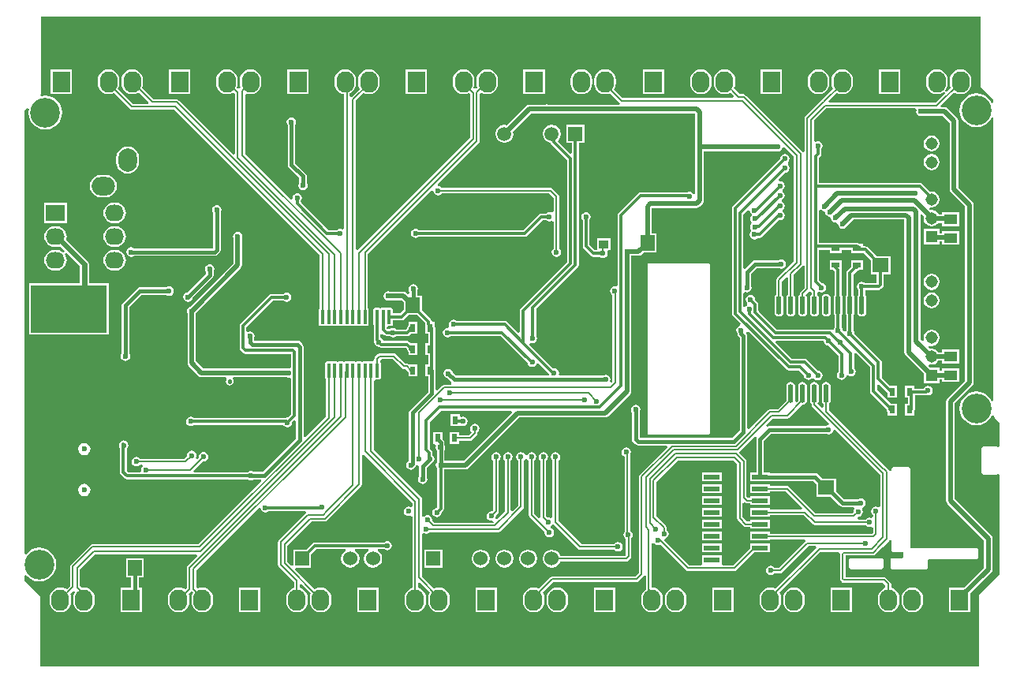
<source format=gbl>
G04*
G04 #@! TF.GenerationSoftware,Altium Limited,Altium Designer,20.2.6 (244)*
G04*
G04 Layer_Physical_Order=2*
G04 Layer_Color=16711680*
%FSLAX24Y24*%
%MOIN*%
G70*
G04*
G04 #@! TF.SameCoordinates,3AFE1146-FA95-4E81-A996-3AB7B898703E*
G04*
G04*
G04 #@! TF.FilePolarity,Positive*
G04*
G01*
G75*
%ADD10C,0.0079*%
%ADD16C,0.0236*%
%ADD25R,0.0354X0.0236*%
%ADD31R,0.0236X0.0354*%
%ADD34R,0.0650X0.0600*%
%ADD39R,0.0550X0.0433*%
%ADD47R,0.0394X0.0354*%
%ADD48R,0.0800X0.0700*%
%ADD52R,0.0600X0.0650*%
%ADD122C,0.0118*%
%ADD123C,0.0197*%
%ADD124C,0.0157*%
%ADD125C,0.0236*%
%ADD126C,0.1260*%
%ADD127R,0.0750X0.0900*%
%ADD128O,0.0750X0.0900*%
%ADD129C,0.0598*%
%ADD130R,0.0598X0.0598*%
%ADD131C,0.0515*%
%ADD132R,0.0515X0.0515*%
%ADD133C,0.0118*%
%ADD134O,0.0800X0.0700*%
%ADD135C,0.0394*%
%ADD136R,0.0600X0.0600*%
%ADD137C,0.0600*%
%ADD138O,0.0984X0.0787*%
%ADD139O,0.0787X0.0984*%
%ADD140O,0.0217X0.0800*%
G04:AMPARAMS|DCode=141|XSize=61.8mil|YSize=16.1mil|CornerRadius=2mil|HoleSize=0mil|Usage=FLASHONLY|Rotation=90.000|XOffset=0mil|YOffset=0mil|HoleType=Round|Shape=RoundedRectangle|*
%AMROUNDEDRECTD141*
21,1,0.0618,0.0121,0,0,90.0*
21,1,0.0578,0.0161,0,0,90.0*
1,1,0.0040,0.0061,0.0289*
1,1,0.0040,0.0061,-0.0289*
1,1,0.0040,-0.0061,-0.0289*
1,1,0.0040,-0.0061,0.0289*
%
%ADD141ROUNDEDRECTD141*%
%ADD142R,0.3201X0.2000*%
%ADD143R,0.0670X0.0210*%
G36*
X40369Y27569D02*
Y24650D01*
X40379Y24600D01*
X40407Y24557D01*
X40919Y24046D01*
Y23922D01*
X40840Y23907D01*
X40819Y23957D01*
X40705Y24105D01*
X40557Y24219D01*
X40385Y24290D01*
X40200Y24315D01*
X40015Y24290D01*
X39843Y24219D01*
X39695Y24105D01*
X39581Y23957D01*
X39510Y23785D01*
X39485Y23600D01*
X39510Y23415D01*
X39581Y23243D01*
X39695Y23095D01*
X39843Y22981D01*
X40015Y22910D01*
X40200Y22885D01*
X40385Y22910D01*
X40557Y22981D01*
X40705Y23095D01*
X40819Y23243D01*
X40840Y23293D01*
X40919Y23278D01*
X40919Y11322D01*
X40840Y11307D01*
X40819Y11357D01*
X40705Y11505D01*
X40557Y11619D01*
X40385Y11690D01*
X40200Y11715D01*
X40015Y11690D01*
X39843Y11619D01*
X39695Y11505D01*
X39581Y11357D01*
X39510Y11185D01*
X39485Y11000D01*
X39510Y10815D01*
X39581Y10643D01*
X39695Y10495D01*
X39843Y10381D01*
X40015Y10310D01*
X40200Y10285D01*
X40385Y10310D01*
X40557Y10381D01*
X40705Y10495D01*
X40819Y10643D01*
X40841Y10697D01*
X40879Y10698D01*
X40922Y10685D01*
X40929Y10650D01*
X40957Y10607D01*
X40957Y10607D01*
X41169Y10396D01*
Y9385D01*
X41090Y9356D01*
X41038Y9378D01*
X40504D01*
X40443Y9353D01*
X40418Y9293D01*
Y8289D01*
X40443Y8229D01*
X40504Y8204D01*
X41038D01*
X41090Y8226D01*
X41169Y8197D01*
Y4004D01*
X40357Y3193D01*
X40329Y3150D01*
X40319Y3100D01*
Y2950D01*
Y81D01*
X631Y81D01*
Y3000D01*
X621Y3050D01*
X593Y3093D01*
X-33Y3719D01*
Y3932D01*
X45Y3959D01*
X95Y3895D01*
X243Y3781D01*
X415Y3710D01*
X600Y3685D01*
X785Y3710D01*
X957Y3781D01*
X1105Y3895D01*
X1219Y4043D01*
X1290Y4215D01*
X1315Y4400D01*
X1290Y4585D01*
X1219Y4757D01*
X1105Y4905D01*
X957Y5019D01*
X785Y5090D01*
X600Y5115D01*
X415Y5090D01*
X243Y5019D01*
X95Y4905D01*
X45Y4841D01*
X-33Y4868D01*
X-33Y23581D01*
X82Y23697D01*
X156Y23659D01*
X135Y23500D01*
X160Y23315D01*
X231Y23143D01*
X345Y22995D01*
X493Y22881D01*
X665Y22810D01*
X850Y22785D01*
X1035Y22810D01*
X1207Y22881D01*
X1355Y22995D01*
X1469Y23143D01*
X1540Y23315D01*
X1565Y23500D01*
X1540Y23685D01*
X1469Y23857D01*
X1355Y24005D01*
X1207Y24119D01*
X1035Y24190D01*
X850Y24215D01*
X691Y24194D01*
X659Y24236D01*
X648Y24264D01*
X671Y24300D01*
X681Y24350D01*
Y27569D01*
X40369Y27569D01*
D02*
G37*
%LPC*%
G36*
X19521Y25343D02*
X19403Y25327D01*
X19292Y25282D01*
X19198Y25209D01*
X19125Y25114D01*
X19079Y25004D01*
X19064Y24885D01*
Y24735D01*
X19079Y24617D01*
X19102Y24561D01*
X19066Y24526D01*
X18974Y24530D01*
X18944Y24571D01*
X18963Y24617D01*
X18979Y24735D01*
Y24885D01*
X18963Y25004D01*
X18918Y25114D01*
X18845Y25209D01*
X18750Y25282D01*
X18640Y25327D01*
X18521Y25343D01*
X18403Y25327D01*
X18292Y25282D01*
X18198Y25209D01*
X18125Y25114D01*
X18079Y25004D01*
X18064Y24885D01*
Y24735D01*
X18079Y24617D01*
X18125Y24506D01*
X18198Y24412D01*
X18292Y24339D01*
X18403Y24293D01*
X18521Y24278D01*
X18640Y24293D01*
X18748Y24338D01*
X18808Y24279D01*
Y22448D01*
X14046Y17687D01*
X13968Y17720D01*
Y24011D01*
X14294Y24338D01*
X14403Y24293D01*
X14521Y24278D01*
X14640Y24293D01*
X14750Y24339D01*
X14845Y24412D01*
X14918Y24506D01*
X14963Y24617D01*
X14979Y24735D01*
Y24885D01*
X14963Y25004D01*
X14918Y25114D01*
X14845Y25209D01*
X14750Y25282D01*
X14640Y25327D01*
X14521Y25343D01*
X14403Y25327D01*
X14292Y25282D01*
X14198Y25209D01*
X14125Y25114D01*
X14079Y25004D01*
X14064Y24885D01*
Y24735D01*
X14079Y24617D01*
X14124Y24508D01*
X13791Y24175D01*
X13712Y24207D01*
Y24323D01*
X13750Y24339D01*
X13845Y24412D01*
X13918Y24506D01*
X13963Y24617D01*
X13979Y24735D01*
Y24885D01*
X13963Y25004D01*
X13918Y25114D01*
X13845Y25209D01*
X13750Y25282D01*
X13640Y25327D01*
X13521Y25343D01*
X13403Y25327D01*
X13292Y25282D01*
X13198Y25209D01*
X13125Y25114D01*
X13079Y25004D01*
X13064Y24885D01*
Y24735D01*
X13079Y24617D01*
X13125Y24506D01*
X13198Y24412D01*
X13292Y24339D01*
X13403Y24293D01*
X13471Y24284D01*
Y18617D01*
X13392Y18575D01*
X13377Y18585D01*
X13300Y18601D01*
X13223Y18585D01*
X13158Y18542D01*
X13157Y18541D01*
X12808D01*
X11662Y19687D01*
X11642Y19758D01*
X11685Y19823D01*
X11701Y19900D01*
X11685Y19977D01*
X11642Y20042D01*
X11577Y20085D01*
X11500Y20101D01*
X11423Y20085D01*
X11358Y20042D01*
X11315Y19977D01*
X11299Y19900D01*
X11305Y19873D01*
X11232Y19834D01*
X9306Y21760D01*
Y24262D01*
X9371Y24306D01*
X9403Y24293D01*
X9521Y24278D01*
X9640Y24293D01*
X9750Y24339D01*
X9845Y24412D01*
X9918Y24506D01*
X9963Y24617D01*
X9979Y24735D01*
Y24885D01*
X9963Y25004D01*
X9918Y25114D01*
X9845Y25209D01*
X9750Y25282D01*
X9640Y25327D01*
X9521Y25343D01*
X9403Y25327D01*
X9292Y25282D01*
X9198Y25209D01*
X9125Y25114D01*
X9079Y25004D01*
X9064Y24885D01*
Y24735D01*
X9079Y24617D01*
X9089Y24593D01*
X9061Y24543D01*
X8970Y24532D01*
X8940Y24561D01*
X8963Y24617D01*
X8979Y24735D01*
Y24885D01*
X8963Y25004D01*
X8918Y25114D01*
X8845Y25209D01*
X8750Y25282D01*
X8640Y25327D01*
X8521Y25343D01*
X8403Y25327D01*
X8292Y25282D01*
X8198Y25209D01*
X8125Y25114D01*
X8079Y25004D01*
X8064Y24885D01*
Y24735D01*
X8079Y24617D01*
X8125Y24506D01*
X8198Y24412D01*
X8292Y24339D01*
X8403Y24293D01*
X8521Y24278D01*
X8640Y24293D01*
X8750Y24339D01*
X8791Y24370D01*
X8865Y24296D01*
Y21758D01*
X8792Y21728D01*
X6485Y24035D01*
X6446Y24061D01*
X6400Y24070D01*
X6400Y24070D01*
X5431D01*
X4940Y24561D01*
X4963Y24617D01*
X4979Y24735D01*
Y24885D01*
X4963Y25004D01*
X4918Y25114D01*
X4845Y25209D01*
X4750Y25282D01*
X4640Y25327D01*
X4521Y25343D01*
X4403Y25327D01*
X4292Y25282D01*
X4198Y25209D01*
X4125Y25114D01*
X4079Y25004D01*
X4064Y24885D01*
Y24735D01*
X4079Y24617D01*
X4125Y24506D01*
X4198Y24412D01*
X4292Y24339D01*
X4403Y24293D01*
X4521Y24278D01*
X4640Y24293D01*
X4750Y24339D01*
X4791Y24370D01*
X5218Y23943D01*
X5188Y23870D01*
X4556D01*
X3918Y24508D01*
X3963Y24617D01*
X3979Y24735D01*
Y24885D01*
X3963Y25004D01*
X3918Y25114D01*
X3845Y25209D01*
X3750Y25282D01*
X3640Y25327D01*
X3521Y25343D01*
X3403Y25327D01*
X3292Y25282D01*
X3198Y25209D01*
X3125Y25114D01*
X3079Y25004D01*
X3064Y24885D01*
Y24735D01*
X3079Y24617D01*
X3125Y24506D01*
X3198Y24412D01*
X3292Y24339D01*
X3403Y24293D01*
X3521Y24278D01*
X3640Y24293D01*
X3748Y24338D01*
X4421Y23665D01*
X4421Y23665D01*
X4460Y23639D01*
X4506Y23630D01*
X4506Y23630D01*
X6300D01*
X12447Y17482D01*
Y15238D01*
X12436Y15230D01*
X12414Y15198D01*
X12406Y15159D01*
Y14581D01*
X12414Y14543D01*
X12436Y14510D01*
X12469Y14488D01*
X12507Y14480D01*
X12628D01*
X12667Y14488D01*
X12696Y14507D01*
X12724Y14488D01*
X12763Y14480D01*
X12884D01*
X12923Y14488D01*
X12952Y14507D01*
X12980Y14488D01*
X13019Y14480D01*
X13140D01*
X13179Y14488D01*
X13207Y14507D01*
X13236Y14488D01*
X13275Y14480D01*
X13396D01*
X13435Y14488D01*
X13463Y14507D01*
X13492Y14488D01*
X13531Y14480D01*
X13652D01*
X13690Y14488D01*
X13719Y14507D01*
X13748Y14488D01*
X13787Y14480D01*
X13908D01*
X13946Y14488D01*
X13975Y14507D01*
X14004Y14488D01*
X14043Y14480D01*
X14164D01*
X14202Y14488D01*
X14231Y14507D01*
X14260Y14488D01*
X14299Y14480D01*
X14420D01*
X14458Y14488D01*
X14491Y14510D01*
X14513Y14543D01*
X14520Y14581D01*
Y15159D01*
X14513Y15198D01*
X14491Y15230D01*
X14479Y15238D01*
Y17534D01*
X17175Y20229D01*
X17226Y20209D01*
X17251Y20194D01*
X17265Y20123D01*
X17308Y20058D01*
X17373Y20015D01*
X17450Y19999D01*
X17527Y20015D01*
X17592Y20058D01*
X17606Y20080D01*
X22150D01*
X22330Y19900D01*
Y19311D01*
X22251Y19269D01*
X22227Y19285D01*
X22150Y19301D01*
X22073Y19285D01*
X22008Y19242D01*
X22007Y19240D01*
X21800D01*
X21746Y19230D01*
X21701Y19199D01*
X21042Y18541D01*
X16643D01*
X16642Y18542D01*
X16577Y18585D01*
X16500Y18601D01*
X16423Y18585D01*
X16358Y18542D01*
X16315Y18477D01*
X16299Y18400D01*
X16315Y18323D01*
X16358Y18258D01*
X16423Y18215D01*
X16500Y18199D01*
X16577Y18215D01*
X16642Y18258D01*
X16643Y18260D01*
X21100D01*
X21154Y18270D01*
X21199Y18301D01*
X21858Y18959D01*
X22007D01*
X22008Y18958D01*
X22073Y18915D01*
X22150Y18899D01*
X22227Y18915D01*
X22251Y18931D01*
X22330Y18889D01*
Y17756D01*
X22308Y17742D01*
X22265Y17677D01*
X22249Y17600D01*
X22265Y17523D01*
X22308Y17458D01*
X22373Y17415D01*
X22450Y17399D01*
X22527Y17415D01*
X22592Y17458D01*
X22635Y17523D01*
X22651Y17600D01*
X22635Y17677D01*
X22592Y17742D01*
X22570Y17756D01*
Y19950D01*
X22561Y19996D01*
X22535Y20035D01*
X22535Y20035D01*
X22285Y20285D01*
X22246Y20311D01*
X22200Y20320D01*
X22200Y20320D01*
X17606D01*
X17592Y20342D01*
X17527Y20385D01*
X17456Y20399D01*
X17441Y20424D01*
X17421Y20475D01*
X19171Y22225D01*
X19197Y22264D01*
X19206Y22310D01*
X19206Y22310D01*
Y24306D01*
X19272Y24354D01*
X19292Y24339D01*
X19403Y24293D01*
X19521Y24278D01*
X19640Y24293D01*
X19750Y24339D01*
X19845Y24412D01*
X19918Y24506D01*
X19963Y24617D01*
X19979Y24735D01*
Y24885D01*
X19963Y25004D01*
X19918Y25114D01*
X19845Y25209D01*
X19750Y25282D01*
X19640Y25327D01*
X19521Y25343D01*
D02*
G37*
G36*
X39521D02*
X39403Y25327D01*
X39292Y25282D01*
X39198Y25209D01*
X39125Y25114D01*
X39079Y25004D01*
X39064Y24885D01*
Y24735D01*
X39079Y24617D01*
X39102Y24561D01*
X38917Y24376D01*
X38858Y24428D01*
X38878Y24455D01*
X38918Y24506D01*
X38963Y24617D01*
X38979Y24735D01*
Y24885D01*
X38963Y25004D01*
X38918Y25114D01*
X38845Y25209D01*
X38750Y25282D01*
X38640Y25327D01*
X38521Y25343D01*
X38403Y25327D01*
X38292Y25282D01*
X38198Y25209D01*
X38125Y25114D01*
X38079Y25004D01*
X38064Y24885D01*
Y24735D01*
X38079Y24617D01*
X38125Y24506D01*
X38198Y24412D01*
X38292Y24339D01*
X38403Y24293D01*
X38521Y24278D01*
X38640Y24293D01*
X38750Y24339D01*
X38801Y24378D01*
X38828Y24399D01*
X38880Y24339D01*
X38461Y23920D01*
X33980D01*
X33949Y23993D01*
X34294Y24338D01*
X34403Y24293D01*
X34521Y24278D01*
X34640Y24293D01*
X34750Y24339D01*
X34845Y24412D01*
X34918Y24506D01*
X34963Y24617D01*
X34979Y24735D01*
Y24885D01*
X34963Y25004D01*
X34918Y25114D01*
X34845Y25209D01*
X34750Y25282D01*
X34640Y25327D01*
X34521Y25343D01*
X34403Y25327D01*
X34292Y25282D01*
X34198Y25209D01*
X34125Y25114D01*
X34079Y25004D01*
X34064Y24885D01*
Y24735D01*
X34079Y24617D01*
X34124Y24508D01*
X33676Y24060D01*
X33650Y24043D01*
X32965Y23358D01*
X32939Y23319D01*
X32930Y23273D01*
X32930Y23273D01*
Y21862D01*
X32851Y21838D01*
X32843Y21850D01*
X30450Y24243D01*
X30411Y24269D01*
X30365Y24278D01*
X30365Y24278D01*
X30199D01*
X29953Y24523D01*
X29992Y24617D01*
X30008Y24735D01*
Y24885D01*
X29992Y25004D01*
X29946Y25114D01*
X29874Y25209D01*
X29779Y25282D01*
X29668Y25327D01*
X29550Y25343D01*
X29432Y25327D01*
X29321Y25282D01*
X29226Y25209D01*
X29154Y25114D01*
X29108Y25004D01*
X29092Y24885D01*
Y24735D01*
X29108Y24617D01*
X29154Y24506D01*
X29226Y24412D01*
X29321Y24339D01*
X29432Y24293D01*
X29550Y24278D01*
X29668Y24293D01*
X29779Y24339D01*
X29789Y24347D01*
X29943Y24193D01*
X29913Y24120D01*
X25250D01*
X24882Y24488D01*
X24896Y24506D01*
X24942Y24617D01*
X24958Y24735D01*
Y24885D01*
X24942Y25004D01*
X24896Y25114D01*
X24824Y25209D01*
X24729Y25282D01*
X24618Y25327D01*
X24500Y25343D01*
X24382Y25327D01*
X24271Y25282D01*
X24176Y25209D01*
X24104Y25114D01*
X24058Y25004D01*
X24042Y24885D01*
Y24735D01*
X24058Y24617D01*
X24104Y24506D01*
X24176Y24412D01*
X24271Y24339D01*
X24382Y24293D01*
X24500Y24278D01*
X24618Y24293D01*
X24702Y24328D01*
X25115Y23915D01*
X25115Y23915D01*
X25123Y23909D01*
X25115Y23858D01*
X25099Y23831D01*
X22134D01*
X22127Y23835D01*
X22050Y23851D01*
X21973Y23835D01*
X21966Y23831D01*
X21300D01*
X21231Y23817D01*
X21172Y23778D01*
X20358Y22964D01*
X20250Y22985D01*
X20103Y22956D01*
X19978Y22872D01*
X19894Y22747D01*
X19865Y22600D01*
X19894Y22453D01*
X19978Y22328D01*
X20103Y22244D01*
X20250Y22215D01*
X20397Y22244D01*
X20522Y22328D01*
X20606Y22453D01*
X20635Y22600D01*
X20614Y22708D01*
X21375Y23469D01*
X21966D01*
X21973Y23465D01*
X22050Y23449D01*
X22127Y23465D01*
X22134Y23469D01*
X28310D01*
X28319Y23460D01*
Y22050D01*
Y20075D01*
X28241Y20059D01*
X28208Y20108D01*
X28143Y20152D01*
X28066Y20167D01*
X27989Y20152D01*
X27967Y20137D01*
X27949Y20141D01*
X26000D01*
X25946Y20130D01*
X25901Y20099D01*
X25074Y19273D01*
X25044Y19228D01*
X25033Y19174D01*
Y16207D01*
X24955Y16154D01*
X24918Y16161D01*
X24841Y16146D01*
X24776Y16102D01*
X24732Y16037D01*
X24717Y15960D01*
X24732Y15883D01*
X24776Y15818D01*
X24815Y15792D01*
Y12135D01*
X24759Y12080D01*
X24698Y12130D01*
X24710Y12148D01*
X24726Y12225D01*
X24710Y12302D01*
X24667Y12367D01*
X24602Y12410D01*
X24525Y12426D01*
X24448Y12410D01*
X24410Y12385D01*
X22600D01*
X22546Y12464D01*
X22554Y12500D01*
X22538Y12577D01*
X22495Y12642D01*
X22430Y12685D01*
X22353Y12701D01*
X22312Y12693D01*
X21314Y13691D01*
X21347Y13760D01*
X21352Y13764D01*
X21425Y13749D01*
X21502Y13765D01*
X21567Y13808D01*
X21610Y13873D01*
X21626Y13950D01*
X21610Y14027D01*
X21590Y14057D01*
Y15192D01*
X23349Y16951D01*
X23380Y16996D01*
X23391Y17050D01*
Y22222D01*
X23628D01*
Y22978D01*
X22872D01*
Y22222D01*
X23110D01*
Y21792D01*
X23037Y21762D01*
X22518Y22281D01*
X22522Y22328D01*
X22606Y22453D01*
X22635Y22600D01*
X22606Y22747D01*
X22522Y22872D01*
X22397Y22956D01*
X22250Y22985D01*
X22103Y22956D01*
X21978Y22872D01*
X21894Y22747D01*
X21865Y22600D01*
X21894Y22453D01*
X21978Y22328D01*
X22103Y22244D01*
X22208Y22223D01*
X22212Y22204D01*
X22243Y22159D01*
X22910Y21492D01*
Y17187D01*
X20936Y15214D01*
X20906Y15168D01*
X20895Y15114D01*
Y14212D01*
X20823Y14182D01*
X20355Y14649D01*
X20310Y14680D01*
X20256Y14691D01*
X18243D01*
X18242Y14692D01*
X18177Y14735D01*
X18100Y14751D01*
X18023Y14735D01*
X17958Y14692D01*
X17915Y14627D01*
X17899Y14550D01*
X17915Y14473D01*
X17918Y14467D01*
X17871Y14397D01*
X17850Y14401D01*
X17773Y14385D01*
X17708Y14342D01*
X17665Y14277D01*
X17649Y14200D01*
X17665Y14123D01*
X17708Y14058D01*
X17773Y14015D01*
X17850Y13999D01*
X17927Y14015D01*
X17992Y14058D01*
X17993Y14059D01*
X20092D01*
X21230Y12921D01*
X21240Y12873D01*
X21283Y12808D01*
X21348Y12765D01*
X21425Y12749D01*
X21502Y12765D01*
X21567Y12808D01*
X21610Y12873D01*
X21612Y12883D01*
X21698Y12909D01*
X22144Y12464D01*
X22121Y12401D01*
X22106Y12385D01*
X18192D01*
X18069Y12508D01*
X18060Y12552D01*
X18017Y12617D01*
X17952Y12660D01*
X17875Y12676D01*
X17798Y12660D01*
X17733Y12617D01*
X17690Y12552D01*
X17674Y12475D01*
X17690Y12398D01*
X17733Y12333D01*
X17798Y12290D01*
X17842Y12281D01*
X18012Y12111D01*
X18012Y12111D01*
X18010Y12018D01*
X17998Y12003D01*
X17711D01*
X17665Y11994D01*
X17626Y11968D01*
X17419Y11761D01*
X17346Y11791D01*
Y12610D01*
X17334Y12672D01*
X17326Y12683D01*
Y13510D01*
Y14410D01*
X17315Y14464D01*
X17297Y14491D01*
Y14666D01*
X17187D01*
X17177Y14717D01*
X17147Y14762D01*
X16754Y15155D01*
Y15764D01*
X16561D01*
Y15936D01*
X16585Y15973D01*
X16601Y16050D01*
X16585Y16127D01*
X16542Y16192D01*
X16477Y16235D01*
X16400Y16251D01*
X16323Y16235D01*
X16258Y16192D01*
X16215Y16127D01*
X16199Y16050D01*
X16215Y15973D01*
X16239Y15936D01*
Y15863D01*
X16161Y15830D01*
X16113Y15878D01*
X16055Y15917D01*
X15986Y15931D01*
X15434D01*
X15427Y15935D01*
X15350Y15951D01*
X15273Y15935D01*
X15208Y15892D01*
X15165Y15827D01*
X15149Y15750D01*
X15165Y15673D01*
X15208Y15608D01*
X15273Y15565D01*
X15350Y15549D01*
X15427Y15565D01*
X15434Y15569D01*
X15911D01*
X15997Y15484D01*
Y15155D01*
X15852Y15011D01*
X15544D01*
Y15159D01*
X15536Y15198D01*
X15515Y15230D01*
X15482Y15252D01*
X15443Y15260D01*
X15322D01*
X15284Y15252D01*
X15255Y15233D01*
X15226Y15252D01*
X15187Y15260D01*
X15066D01*
X15028Y15252D01*
X14999Y15233D01*
X14970Y15252D01*
X14931Y15260D01*
X14810D01*
X14772Y15252D01*
X14739Y15230D01*
X14717Y15198D01*
X14709Y15159D01*
Y14581D01*
X14717Y14543D01*
X14730Y14523D01*
Y13879D01*
X14741Y13825D01*
X14751Y13810D01*
X14749Y13800D01*
X14765Y13723D01*
X14808Y13658D01*
X14873Y13615D01*
X14950Y13599D01*
X14956Y13600D01*
X14986Y13580D01*
X15040Y13570D01*
X16089D01*
X16145Y13514D01*
Y13510D01*
X16156Y13456D01*
X16186Y13411D01*
X16189Y13409D01*
Y13254D01*
X16582D01*
Y13766D01*
X16290D01*
X16247Y13810D01*
X16201Y13840D01*
X16148Y13851D01*
X15141D01*
X15135Y13877D01*
X15092Y13942D01*
X15027Y13985D01*
X15011Y13988D01*
Y14140D01*
X15090Y14173D01*
X15155Y14108D01*
X15201Y14077D01*
X15255Y14067D01*
X15402D01*
X15408Y14058D01*
X15473Y14015D01*
X15550Y13999D01*
X15627Y14015D01*
X15692Y14058D01*
X15693Y14059D01*
X16148D01*
X16201Y14070D01*
X16247Y14101D01*
X16301Y14154D01*
X16582D01*
Y14666D01*
X16189D01*
Y14511D01*
X16186Y14510D01*
X16156Y14464D01*
X16145Y14410D01*
Y14396D01*
X16089Y14340D01*
X15693D01*
X15692Y14342D01*
X15627Y14385D01*
X15550Y14401D01*
X15473Y14385D01*
X15417Y14348D01*
X15313D01*
X15267Y14393D01*
Y14411D01*
X15322Y14480D01*
X15443D01*
X15482Y14488D01*
X15515Y14510D01*
X15536Y14543D01*
X15544Y14581D01*
Y14730D01*
X15910D01*
X15964Y14740D01*
X16010Y14771D01*
X16195Y14957D01*
X16555D01*
X16903Y14609D01*
Y14154D01*
X17045D01*
Y13766D01*
X16903D01*
Y13254D01*
X17045D01*
Y12866D01*
X16903D01*
Y12354D01*
X17025D01*
Y11702D01*
X16261Y10938D01*
X16226Y10886D01*
X16214Y10824D01*
X16214Y10824D01*
Y8779D01*
X16158Y8742D01*
X16115Y8677D01*
X16099Y8600D01*
X16115Y8523D01*
X16158Y8458D01*
X16223Y8415D01*
X16300Y8399D01*
X16377Y8415D01*
X16442Y8458D01*
X16485Y8523D01*
X16495Y8571D01*
X16523Y8613D01*
X16525Y8623D01*
X16536Y8635D01*
X16583Y8628D01*
X16639Y8564D01*
X16639Y8564D01*
Y8114D01*
X16615Y8077D01*
X16599Y8000D01*
X16615Y7923D01*
X16658Y7858D01*
X16723Y7815D01*
X16800Y7799D01*
X16877Y7815D01*
X16942Y7858D01*
X16985Y7923D01*
X17001Y8000D01*
X16985Y8077D01*
X16961Y8114D01*
Y8497D01*
X17133Y8670D01*
X17177Y8678D01*
X17242Y8722D01*
X17285Y8787D01*
X17301Y8864D01*
X17285Y8941D01*
X17242Y9006D01*
X17218Y9022D01*
Y9123D01*
X17207Y9176D01*
X17177Y9222D01*
X17091Y9308D01*
Y10432D01*
X17562Y10904D01*
X20545D01*
X20575Y10831D01*
X18529Y8784D01*
X17714D01*
Y9241D01*
X17735Y9273D01*
X17751Y9350D01*
X17735Y9427D01*
X17714Y9459D01*
Y9561D01*
X17714Y9561D01*
X17702Y9623D01*
X17667Y9675D01*
X17632Y9710D01*
Y10006D01*
X17238D01*
Y9494D01*
X17315D01*
X17349Y9448D01*
X17362Y9415D01*
X17349Y9350D01*
X17365Y9273D01*
X17393Y9231D01*
Y8718D01*
X17368Y8680D01*
X17353Y8604D01*
X17368Y8527D01*
X17412Y8462D01*
X17413Y8461D01*
Y6877D01*
X17400Y6801D01*
X17323Y6785D01*
X17258Y6742D01*
X17215Y6677D01*
X17199Y6600D01*
X17215Y6523D01*
X17258Y6458D01*
X17323Y6415D01*
X17400Y6399D01*
X17477Y6415D01*
X17542Y6458D01*
X17585Y6523D01*
X17601Y6600D01*
X17600Y6602D01*
X17653Y6654D01*
X17683Y6700D01*
X17694Y6754D01*
Y8423D01*
X18604D01*
X18673Y8437D01*
X18731Y8476D01*
X20875Y10619D01*
X24500D01*
X24569Y10633D01*
X24628Y10672D01*
X25557Y11602D01*
X25597Y11661D01*
X25610Y11730D01*
Y17449D01*
X25920D01*
X25989Y17463D01*
X26047Y17502D01*
X26142Y17596D01*
X26669D01*
Y18404D01*
X26471D01*
Y19460D01*
X26480Y19469D01*
X28364D01*
X28434Y19483D01*
X28492Y19522D01*
X28628Y19658D01*
X28667Y19716D01*
X28681Y19786D01*
Y21869D01*
X31716D01*
X31723Y21865D01*
X31800Y21849D01*
X31877Y21865D01*
X31942Y21908D01*
X31985Y21973D01*
X31995Y22023D01*
X32068Y22054D01*
X32076Y22054D01*
X32480Y21650D01*
Y17223D01*
X31765Y16508D01*
X31739Y16469D01*
X31730Y16423D01*
X31730Y16423D01*
Y15796D01*
X31715Y15787D01*
X31674Y15725D01*
X31659Y15652D01*
Y15069D01*
X31674Y14996D01*
X31715Y14934D01*
X31777Y14892D01*
X31850Y14878D01*
X31923Y14892D01*
X31985Y14934D01*
X32026Y14996D01*
X32041Y15069D01*
Y15652D01*
X32026Y15725D01*
X31985Y15787D01*
X31970Y15796D01*
Y16373D01*
X32157Y16559D01*
X32230Y16529D01*
Y15796D01*
X32215Y15787D01*
X32174Y15725D01*
X32159Y15652D01*
Y15069D01*
X32174Y14996D01*
X32215Y14934D01*
X32277Y14892D01*
X32350Y14878D01*
X32423Y14892D01*
X32485Y14934D01*
X32526Y14996D01*
X32541Y15069D01*
Y15652D01*
X32526Y15725D01*
X32485Y15787D01*
X32470Y15796D01*
Y16650D01*
X32843Y17022D01*
X32843Y17022D01*
X32851Y17035D01*
X32930Y17011D01*
Y16100D01*
X32765Y15935D01*
X32739Y15896D01*
X32730Y15850D01*
X32730Y15850D01*
Y15796D01*
X32715Y15787D01*
X32674Y15725D01*
X32659Y15652D01*
Y15069D01*
X32674Y14996D01*
X32715Y14934D01*
X32777Y14892D01*
X32850Y14878D01*
X32923Y14892D01*
X32985Y14934D01*
X33026Y14996D01*
X33041Y15069D01*
Y15652D01*
X33026Y15725D01*
X32985Y15787D01*
X33025Y15855D01*
X33135Y15965D01*
X33135Y15965D01*
X33162Y15968D01*
X33230Y15900D01*
Y15796D01*
X33215Y15787D01*
X33174Y15725D01*
X33159Y15652D01*
Y15069D01*
X33174Y14996D01*
X33215Y14934D01*
X33277Y14892D01*
X33350Y14878D01*
X33423Y14892D01*
X33485Y14934D01*
X33526Y14996D01*
X33541Y15069D01*
Y15652D01*
X33526Y15725D01*
X33485Y15787D01*
X33470Y15796D01*
Y15889D01*
X33549Y15931D01*
X33573Y15915D01*
X33650Y15899D01*
X33727Y15915D01*
X33792Y15958D01*
X33835Y16023D01*
X33851Y16100D01*
X33835Y16177D01*
X33792Y16242D01*
X33727Y16285D01*
X33678Y16295D01*
X33540Y16433D01*
Y17709D01*
X33994D01*
Y17568D01*
X34506D01*
Y17709D01*
X34894D01*
Y17568D01*
X35406D01*
X35470Y17532D01*
X35746Y17255D01*
Y16671D01*
X35984D01*
Y16291D01*
X35493D01*
X35492Y16292D01*
X35427Y16335D01*
X35350Y16351D01*
X35273Y16335D01*
X35208Y16292D01*
X35165Y16227D01*
X35149Y16150D01*
X35165Y16073D01*
X35208Y16008D01*
X35210Y16007D01*
Y15778D01*
X35174Y15725D01*
X35159Y15652D01*
Y15069D01*
X35174Y14996D01*
X35215Y14934D01*
X35277Y14892D01*
X35350Y14878D01*
X35423Y14892D01*
X35485Y14934D01*
X35526Y14996D01*
X35541Y15069D01*
Y15652D01*
X35526Y15725D01*
X35491Y15778D01*
Y16007D01*
X35492Y16008D01*
X35493Y16010D01*
X36056D01*
X36110Y16020D01*
X36155Y16051D01*
X36224Y16120D01*
X36255Y16165D01*
X36265Y16219D01*
Y16671D01*
X36554D01*
Y17429D01*
X35970D01*
X35587Y17812D01*
X35542Y17842D01*
X35488Y17853D01*
X35406D01*
Y17962D01*
X35231D01*
X35204Y17980D01*
X35150Y17990D01*
X33540D01*
Y19376D01*
X33619Y19399D01*
X33624Y19392D01*
X33689Y19348D01*
X33727Y19341D01*
X33778Y19312D01*
X33807Y19261D01*
X33815Y19223D01*
X33858Y19158D01*
X33923Y19115D01*
X33980Y19103D01*
X34021Y19071D01*
X34053Y19030D01*
X34065Y18973D01*
X34108Y18908D01*
X34173Y18865D01*
X34250Y18849D01*
X34275Y18854D01*
X34343Y18793D01*
X34358Y18717D01*
X34402Y18652D01*
X34467Y18608D01*
X34543Y18593D01*
X34620Y18608D01*
X34685Y18652D01*
X34729Y18717D01*
X34731Y18725D01*
X34992Y18986D01*
X37134D01*
X37144Y18977D01*
Y13376D01*
X37158Y13307D01*
X37197Y13248D01*
X37964Y12481D01*
Y12064D01*
X38636D01*
Y12223D01*
X38746D01*
Y12111D01*
X39454D01*
Y12702D01*
X38746D01*
Y12584D01*
X38636D01*
Y12737D01*
X38219D01*
X38161Y12795D01*
X38200Y12867D01*
X38300Y12847D01*
X38431Y12873D01*
X38542Y12948D01*
X38585Y13011D01*
X38746D01*
Y12898D01*
X39454D01*
Y13489D01*
X38746D01*
Y13373D01*
X38582D01*
X38542Y13433D01*
X38431Y13507D01*
X38300Y13533D01*
X38227Y13518D01*
X38161Y13585D01*
X38199Y13658D01*
X38300Y13638D01*
X38431Y13664D01*
X38542Y13738D01*
X38617Y13849D01*
X38643Y13980D01*
X38617Y14111D01*
X38542Y14223D01*
X38431Y14297D01*
X38300Y14323D01*
X38169Y14297D01*
X38058Y14223D01*
X37983Y14111D01*
X37957Y13980D01*
X37977Y13880D01*
X37905Y13841D01*
X37831Y13915D01*
Y19178D01*
X37903Y19208D01*
X37976Y19135D01*
X37957Y19040D01*
X37983Y18909D01*
X38058Y18797D01*
X38169Y18723D01*
X38300Y18697D01*
X38431Y18723D01*
X38542Y18797D01*
X38568Y18836D01*
X38746D01*
Y18698D01*
X39454D01*
Y19289D01*
X38746D01*
Y19197D01*
X38599D01*
X38542Y19282D01*
X38431Y19356D01*
X38300Y19383D01*
X38250Y19373D01*
X38194Y19428D01*
X38233Y19500D01*
X38300Y19487D01*
X38431Y19513D01*
X38542Y19588D01*
X38617Y19699D01*
X38643Y19830D01*
X38617Y19961D01*
X38542Y20072D01*
X38431Y20147D01*
X38300Y20173D01*
X38238Y20160D01*
X37899Y20499D01*
X37854Y20530D01*
X37800Y20540D01*
X33540D01*
Y21592D01*
X33599Y21651D01*
X33630Y21696D01*
X33640Y21750D01*
Y21957D01*
X33642Y21958D01*
X33685Y22023D01*
X33701Y22100D01*
X33685Y22177D01*
X33642Y22242D01*
X33577Y22285D01*
X33500Y22301D01*
X33423Y22285D01*
X33407Y22274D01*
X33328Y22316D01*
Y23158D01*
X33850Y23680D01*
X37612D01*
X37659Y23601D01*
X37649Y23550D01*
X37665Y23473D01*
X37708Y23408D01*
X37773Y23365D01*
X37850Y23349D01*
X37927Y23365D01*
X37934Y23369D01*
X38775D01*
X39069Y23075D01*
Y20250D01*
X39083Y20181D01*
X39122Y20122D01*
X39719Y19525D01*
Y12175D01*
X38972Y11428D01*
X38933Y11369D01*
X38919Y11300D01*
Y7100D01*
X38933Y7031D01*
X38972Y6972D01*
X40519Y5425D01*
Y4275D01*
X39684Y3439D01*
X39032D01*
Y2382D01*
X39939D01*
Y3184D01*
X40828Y4072D01*
X40867Y4131D01*
X40881Y4200D01*
Y5478D01*
X40878Y5489D01*
X40881Y5500D01*
X40867Y5569D01*
X40828Y5628D01*
X39281Y7175D01*
Y11225D01*
X40028Y11972D01*
X40067Y12031D01*
X40081Y12100D01*
Y19600D01*
X40067Y19669D01*
X40028Y19728D01*
X39431Y20325D01*
Y23150D01*
X39417Y23219D01*
X39378Y23278D01*
X38978Y23678D01*
X38919Y23717D01*
X38850Y23731D01*
X38715D01*
X38685Y23803D01*
X39252Y24370D01*
X39292Y24339D01*
X39403Y24293D01*
X39521Y24278D01*
X39640Y24293D01*
X39750Y24339D01*
X39845Y24412D01*
X39918Y24506D01*
X39963Y24617D01*
X39979Y24735D01*
Y24885D01*
X39963Y25004D01*
X39918Y25114D01*
X39845Y25209D01*
X39750Y25282D01*
X39640Y25327D01*
X39521Y25343D01*
D02*
G37*
G36*
X36975Y25339D02*
X36067D01*
Y24281D01*
X36975D01*
Y25339D01*
D02*
G37*
G36*
X31975D02*
X31067D01*
Y24281D01*
X31975D01*
Y25339D01*
D02*
G37*
G36*
X27004D02*
X26096D01*
Y24281D01*
X27004D01*
Y25339D01*
D02*
G37*
G36*
X21954D02*
X21046D01*
Y24281D01*
X21954D01*
Y25339D01*
D02*
G37*
G36*
X16975D02*
X16067D01*
Y24281D01*
X16975D01*
Y25339D01*
D02*
G37*
G36*
X11975D02*
X11067D01*
Y24281D01*
X11975D01*
Y25339D01*
D02*
G37*
G36*
X6975D02*
X6068D01*
Y24281D01*
X6975D01*
Y25339D01*
D02*
G37*
G36*
X1975D02*
X1067D01*
Y24281D01*
X1975D01*
Y25339D01*
D02*
G37*
G36*
X33521Y25343D02*
X33403Y25327D01*
X33292Y25282D01*
X33198Y25209D01*
X33125Y25114D01*
X33079Y25004D01*
X33064Y24885D01*
Y24735D01*
X33079Y24617D01*
X33125Y24506D01*
X33198Y24412D01*
X33292Y24339D01*
X33403Y24293D01*
X33521Y24278D01*
X33640Y24293D01*
X33750Y24339D01*
X33845Y24412D01*
X33918Y24506D01*
X33963Y24617D01*
X33979Y24735D01*
Y24885D01*
X33963Y25004D01*
X33918Y25114D01*
X33845Y25209D01*
X33750Y25282D01*
X33640Y25327D01*
X33521Y25343D01*
D02*
G37*
G36*
X28550D02*
X28432Y25327D01*
X28321Y25282D01*
X28226Y25209D01*
X28154Y25114D01*
X28108Y25004D01*
X28092Y24885D01*
Y24735D01*
X28108Y24617D01*
X28154Y24506D01*
X28226Y24412D01*
X28321Y24339D01*
X28432Y24293D01*
X28550Y24278D01*
X28668Y24293D01*
X28779Y24339D01*
X28874Y24412D01*
X28946Y24506D01*
X28992Y24617D01*
X29008Y24735D01*
Y24885D01*
X28992Y25004D01*
X28946Y25114D01*
X28874Y25209D01*
X28779Y25282D01*
X28668Y25327D01*
X28550Y25343D01*
D02*
G37*
G36*
X23500D02*
X23382Y25327D01*
X23271Y25282D01*
X23176Y25209D01*
X23104Y25114D01*
X23058Y25004D01*
X23042Y24885D01*
Y24735D01*
X23058Y24617D01*
X23104Y24506D01*
X23176Y24412D01*
X23271Y24339D01*
X23382Y24293D01*
X23500Y24278D01*
X23618Y24293D01*
X23729Y24339D01*
X23824Y24412D01*
X23896Y24506D01*
X23942Y24617D01*
X23958Y24735D01*
Y24885D01*
X23942Y25004D01*
X23896Y25114D01*
X23824Y25209D01*
X23729Y25282D01*
X23618Y25327D01*
X23500Y25343D01*
D02*
G37*
G36*
X38300Y22542D02*
X38169Y22516D01*
X38058Y22442D01*
X37983Y22331D01*
X37957Y22200D01*
X37983Y22068D01*
X38058Y21957D01*
X38169Y21883D01*
X38300Y21857D01*
X38431Y21883D01*
X38542Y21957D01*
X38617Y22068D01*
X38643Y22200D01*
X38617Y22331D01*
X38542Y22442D01*
X38431Y22516D01*
X38300Y22542D01*
D02*
G37*
G36*
Y21753D02*
X38169Y21727D01*
X38058Y21652D01*
X37983Y21541D01*
X37957Y21410D01*
X37983Y21279D01*
X38058Y21167D01*
X38169Y21093D01*
X38300Y21067D01*
X38431Y21093D01*
X38542Y21167D01*
X38617Y21279D01*
X38643Y21410D01*
X38617Y21541D01*
X38542Y21652D01*
X38431Y21727D01*
X38300Y21753D01*
D02*
G37*
G36*
X32100Y21751D02*
X32023Y21735D01*
X31958Y21692D01*
X31915Y21627D01*
X31899Y21550D01*
X31900Y21548D01*
X29904Y19552D01*
X29873Y19507D01*
X29863Y19453D01*
Y15001D01*
X29873Y14947D01*
X29904Y14901D01*
X30228Y14577D01*
X30203Y14491D01*
X30173Y14485D01*
X30108Y14442D01*
X30065Y14377D01*
X30049Y14300D01*
X30065Y14223D01*
X30089Y14186D01*
Y14150D01*
X30089Y14150D01*
X30102Y14089D01*
X30136Y14036D01*
X30189Y13983D01*
Y10068D01*
X29882Y9761D01*
X25961D01*
Y10836D01*
X25985Y10873D01*
X26001Y10950D01*
X25985Y11027D01*
X25942Y11092D01*
X25877Y11135D01*
X25800Y11151D01*
X25723Y11135D01*
X25658Y11092D01*
X25615Y11027D01*
X25599Y10950D01*
X25615Y10873D01*
X25639Y10836D01*
Y9692D01*
X25639Y9692D01*
X25652Y9631D01*
X25686Y9579D01*
X25779Y9486D01*
X25779Y9486D01*
X25831Y9452D01*
X25892Y9439D01*
X27098D01*
X27128Y9367D01*
X25965Y8203D01*
X25939Y8164D01*
X25930Y8118D01*
X25930Y8118D01*
Y4050D01*
X25780Y3900D01*
X22280D01*
X22280Y3900D01*
X22234Y3891D01*
X22195Y3865D01*
X22195Y3865D01*
X21712Y3382D01*
X21604Y3427D01*
X21485Y3443D01*
X21367Y3427D01*
X21257Y3382D01*
X21162Y3309D01*
X21089Y3214D01*
X21043Y3104D01*
X21028Y2985D01*
Y2835D01*
X21043Y2717D01*
X21089Y2606D01*
X21162Y2512D01*
X21257Y2439D01*
X21367Y2393D01*
X21485Y2378D01*
X21604Y2393D01*
X21714Y2439D01*
X21809Y2512D01*
X21882Y2606D01*
X21927Y2717D01*
X21943Y2835D01*
Y2985D01*
X21927Y3104D01*
X21883Y3212D01*
X22330Y3659D01*
X25830D01*
X25830Y3659D01*
X25876Y3669D01*
X25915Y3695D01*
X26135Y3915D01*
X26151Y3938D01*
X26230Y3924D01*
Y3367D01*
X26230Y3367D01*
X26231Y3362D01*
X26162Y3309D01*
X26089Y3214D01*
X26043Y3104D01*
X26028Y2985D01*
Y2835D01*
X26043Y2717D01*
X26089Y2606D01*
X26162Y2512D01*
X26257Y2439D01*
X26367Y2393D01*
X26485Y2378D01*
X26604Y2393D01*
X26714Y2439D01*
X26809Y2512D01*
X26882Y2606D01*
X26927Y2717D01*
X26943Y2835D01*
Y2985D01*
X26927Y3104D01*
X26882Y3214D01*
X26809Y3309D01*
X26714Y3382D01*
X26604Y3427D01*
X26485Y3443D01*
X26470Y3456D01*
Y5281D01*
X26484Y5292D01*
X26587Y5279D01*
X26653Y5235D01*
X26729Y5220D01*
X26806Y5235D01*
X26829Y5251D01*
X27915Y4165D01*
X27915Y4165D01*
X27954Y4139D01*
X28000Y4130D01*
X29970D01*
X29970Y4130D01*
X30016Y4139D01*
X30055Y4165D01*
X30807Y4916D01*
X31464D01*
Y5284D01*
X30636D01*
Y5087D01*
X29920Y4370D01*
X29483D01*
X29424Y4416D01*
X29424Y4449D01*
Y4784D01*
X28596D01*
Y4449D01*
X28596Y4416D01*
X28537Y4370D01*
X28050D01*
X26995Y5425D01*
X26996Y5435D01*
X27026Y5506D01*
X27077Y5516D01*
X27142Y5559D01*
X27185Y5624D01*
X27201Y5701D01*
X27185Y5778D01*
X27142Y5843D01*
X27120Y5857D01*
Y5950D01*
X27111Y5996D01*
X27085Y6035D01*
X26670Y6450D01*
Y7900D01*
X27581Y8810D01*
X29919D01*
X30080Y8650D01*
Y6350D01*
X30080Y6350D01*
X30089Y6304D01*
X30115Y6265D01*
X30365Y6015D01*
X30365Y6015D01*
X30404Y5989D01*
X30450Y5980D01*
X30636D01*
Y5916D01*
X31464D01*
Y6284D01*
X30636D01*
Y6220D01*
X30500D01*
X30320Y6400D01*
Y7006D01*
X30393Y7037D01*
X30415Y7015D01*
X30415Y7015D01*
X30454Y6989D01*
X30500Y6980D01*
X30500Y6980D01*
X30636D01*
Y6916D01*
X31464D01*
Y7284D01*
X30636D01*
Y7220D01*
X30550D01*
X30478Y7292D01*
Y8765D01*
X30469Y8811D01*
X30443Y8850D01*
X30443Y8850D01*
X30176Y9117D01*
X30181Y9161D01*
X30858Y9837D01*
X30919Y9787D01*
X30902Y9761D01*
X30889Y9700D01*
X30889Y9700D01*
Y8284D01*
X30636D01*
Y7916D01*
X31464D01*
Y7939D01*
X33308D01*
X33446Y7802D01*
Y7271D01*
X34027D01*
X34415Y6883D01*
X34415Y6883D01*
X34467Y6848D01*
X34529Y6836D01*
X35011D01*
X35033Y6794D01*
X35042Y6757D01*
X35004Y6700D01*
X34989Y6623D01*
X34925Y6570D01*
X33400D01*
X32285Y7685D01*
X32246Y7711D01*
X32200Y7720D01*
X32200Y7720D01*
X31464D01*
Y7784D01*
X30636D01*
Y7416D01*
X31464D01*
Y7480D01*
X32150D01*
X32837Y6793D01*
X32806Y6720D01*
X31464D01*
Y6784D01*
X30636D01*
Y6416D01*
X31464D01*
Y6480D01*
X32900D01*
X33276Y6104D01*
X33315Y6078D01*
X33361Y6069D01*
X35517D01*
X35531Y6047D01*
X35597Y6004D01*
X35673Y5989D01*
X35750Y6004D01*
X35751Y6004D01*
X35830Y5962D01*
Y5750D01*
X35786Y5707D01*
X31464D01*
Y5784D01*
X30636D01*
Y5416D01*
X31464D01*
Y5466D01*
X32944D01*
X32968Y5387D01*
X32965Y5385D01*
X32965Y5385D01*
X31853Y4273D01*
X31656D01*
X31642Y4295D01*
X31577Y4338D01*
X31500Y4353D01*
X31423Y4338D01*
X31358Y4295D01*
X31315Y4230D01*
X31299Y4153D01*
X31315Y4076D01*
X31358Y4011D01*
X31423Y3967D01*
X31500Y3952D01*
X31577Y3967D01*
X31642Y4011D01*
X31656Y4032D01*
X31903D01*
X31903Y4032D01*
X31949Y4042D01*
X31988Y4068D01*
X33100Y5180D01*
X33398D01*
X33431Y5101D01*
X31712Y3382D01*
X31604Y3427D01*
X31485Y3443D01*
X31367Y3427D01*
X31257Y3382D01*
X31162Y3309D01*
X31089Y3214D01*
X31043Y3104D01*
X31028Y2985D01*
Y2835D01*
X31043Y2717D01*
X31089Y2606D01*
X31162Y2512D01*
X31257Y2439D01*
X31367Y2393D01*
X31485Y2378D01*
X31604Y2393D01*
X31714Y2439D01*
X31809Y2512D01*
X31882Y2606D01*
X31927Y2717D01*
X31943Y2835D01*
Y2985D01*
X31927Y3104D01*
X31883Y3212D01*
X33608Y4937D01*
X34376D01*
X34430Y4858D01*
X34430Y4854D01*
X34430Y4854D01*
Y3796D01*
X34430Y3796D01*
X34439Y3750D01*
X34465Y3711D01*
X34511Y3665D01*
X34511Y3665D01*
X34550Y3639D01*
X34596Y3630D01*
X34596Y3630D01*
X36250D01*
X36347Y3532D01*
Y3419D01*
X36257Y3382D01*
X36162Y3309D01*
X36089Y3214D01*
X36043Y3104D01*
X36028Y2985D01*
Y2835D01*
X36043Y2717D01*
X36089Y2606D01*
X36162Y2512D01*
X36257Y2439D01*
X36367Y2393D01*
X36485Y2378D01*
X36604Y2393D01*
X36714Y2439D01*
X36809Y2512D01*
X36882Y2606D01*
X36927Y2717D01*
X36943Y2835D01*
Y2985D01*
X36927Y3104D01*
X36882Y3214D01*
X36809Y3309D01*
X36714Y3382D01*
X36604Y3427D01*
X36588Y3429D01*
Y3582D01*
X36588Y3582D01*
X36579Y3628D01*
X36553Y3667D01*
X36385Y3835D01*
X36346Y3861D01*
X36300Y3870D01*
X36300Y3870D01*
X34670D01*
Y4780D01*
X35823D01*
X35823Y4780D01*
X35869Y4789D01*
X35908Y4815D01*
X36235Y5142D01*
X36493Y5400D01*
X36493Y5400D01*
X36519Y5439D01*
X36521Y5448D01*
X36599Y5441D01*
Y5000D01*
X36624Y4940D01*
X36685Y4915D01*
X37111D01*
Y4723D01*
X37078Y4673D01*
X36645D01*
X36585Y4648D01*
X36560Y4588D01*
Y4291D01*
X36585Y4231D01*
X36645Y4206D01*
X38065D01*
X38125Y4231D01*
X38150Y4291D01*
Y4588D01*
X38183Y4638D01*
X40194D01*
X40255Y4663D01*
X40280Y4723D01*
Y5001D01*
X40255Y5061D01*
X40194Y5086D01*
X37401D01*
Y8426D01*
X37377Y8487D01*
X37316Y8512D01*
X36685D01*
X36624Y8487D01*
X36599Y8426D01*
Y8359D01*
X36521Y8352D01*
X36519Y8361D01*
X36493Y8400D01*
X36493Y8400D01*
X36235Y8658D01*
X36235Y8658D01*
X33970Y10923D01*
Y11204D01*
X33985Y11213D01*
X34026Y11275D01*
X34041Y11348D01*
Y11932D01*
X34026Y12004D01*
X33985Y12066D01*
X33923Y12108D01*
X33850Y12122D01*
X33777Y12108D01*
X33715Y12066D01*
X33674Y12004D01*
X33659Y11932D01*
Y11348D01*
X33674Y11275D01*
X33715Y11213D01*
X33730Y11204D01*
Y11044D01*
X33657Y11013D01*
X33525Y11145D01*
X33485Y11213D01*
X33526Y11275D01*
X33541Y11348D01*
Y11932D01*
X33526Y12004D01*
X33485Y12066D01*
X33423Y12108D01*
X33350Y12122D01*
X33277Y12108D01*
X33215Y12066D01*
X33174Y12004D01*
X33159Y11932D01*
Y11348D01*
X33174Y11275D01*
X33215Y11213D01*
X33230Y11204D01*
Y11150D01*
X33230Y11150D01*
X33239Y11104D01*
X33265Y11065D01*
X33954Y10376D01*
X33954Y10368D01*
X33923Y10295D01*
X33873Y10285D01*
X33836Y10261D01*
X31450D01*
X31389Y10248D01*
X31363Y10231D01*
X31313Y10292D01*
X31589Y10569D01*
X32191D01*
X32191Y10569D01*
X32237Y10578D01*
X32276Y10604D01*
X32833Y11161D01*
X32850Y11157D01*
X32923Y11172D01*
X32985Y11213D01*
X33026Y11275D01*
X33041Y11348D01*
Y11932D01*
X33026Y12004D01*
X32985Y12066D01*
X32923Y12108D01*
X32850Y12122D01*
X32777Y12108D01*
X32715Y12066D01*
X32674Y12004D01*
X32659Y11932D01*
Y11348D01*
X32663Y11331D01*
X32606Y11275D01*
X32534Y11313D01*
X32541Y11348D01*
Y11932D01*
X32526Y12004D01*
X32485Y12066D01*
X32423Y12108D01*
X32350Y12122D01*
X32277Y12108D01*
X32215Y12066D01*
X32174Y12004D01*
X32159Y11932D01*
Y11348D01*
X32163Y11331D01*
X31799Y10967D01*
X31474D01*
X31428Y10958D01*
X31389Y10932D01*
X31389Y10932D01*
X30583Y10126D01*
X30511Y10156D01*
Y14050D01*
X30498Y14111D01*
X30464Y14164D01*
X30457Y14178D01*
X30474Y14220D01*
X30567Y14238D01*
X32154Y12651D01*
X32200Y12620D01*
X32254Y12609D01*
X32692D01*
X32900Y12402D01*
X32899Y12400D01*
X32915Y12323D01*
X32958Y12258D01*
X33023Y12215D01*
X33100Y12199D01*
X33177Y12215D01*
X33242Y12258D01*
X33248Y12267D01*
X33342D01*
X33352Y12252D01*
X33417Y12209D01*
X33494Y12193D01*
X33571Y12209D01*
X33636Y12252D01*
X33679Y12317D01*
X33695Y12394D01*
X33679Y12471D01*
X33636Y12536D01*
X33571Y12579D01*
X33494Y12595D01*
X33492Y12594D01*
X33041Y13046D01*
X32995Y13077D01*
X32941Y13087D01*
X32394D01*
X31694Y13787D01*
X31724Y13859D01*
X33673D01*
X33749Y13850D01*
X33765Y13773D01*
X33808Y13708D01*
X33873Y13665D01*
X33950Y13649D01*
X33952Y13650D01*
X34360Y13242D01*
Y12543D01*
X34358Y12542D01*
X34315Y12477D01*
X34299Y12400D01*
X34315Y12323D01*
X34358Y12258D01*
X34423Y12215D01*
X34500Y12199D01*
X34577Y12215D01*
X34642Y12258D01*
X34685Y12323D01*
X34693Y12364D01*
X34713Y12377D01*
X34776Y12396D01*
X34823Y12365D01*
X34900Y12349D01*
X34977Y12365D01*
X35042Y12408D01*
X35085Y12473D01*
X35101Y12550D01*
X35085Y12627D01*
X35042Y12692D01*
X35025Y12703D01*
Y13315D01*
X35027Y13317D01*
X35098Y13353D01*
X35710Y12741D01*
Y11728D01*
X35720Y11674D01*
X35751Y11629D01*
X36409Y10970D01*
Y10950D01*
X36420Y10896D01*
X36451Y10851D01*
X36453Y10849D01*
Y10694D01*
X36847D01*
Y11206D01*
X36571D01*
X35991Y11786D01*
Y12008D01*
X36063Y12038D01*
X36453Y11648D01*
Y11444D01*
X36847D01*
Y11956D01*
X36543D01*
X36191Y12308D01*
Y12962D01*
X36180Y13015D01*
X36149Y13061D01*
X35050Y14160D01*
X35051Y14162D01*
X35035Y14238D01*
X34992Y14303D01*
X34990Y14304D01*
Y14942D01*
X35026Y14996D01*
X35041Y15069D01*
Y15652D01*
X35026Y15725D01*
X34990Y15778D01*
Y16670D01*
X35130Y16810D01*
X35150D01*
X35204Y16820D01*
X35249Y16851D01*
X35251Y16853D01*
X35406D01*
Y17247D01*
X34894D01*
Y16971D01*
X34751Y16827D01*
X34720Y16782D01*
X34709Y16728D01*
Y15778D01*
X34674Y15725D01*
X34659Y15652D01*
Y15069D01*
X34674Y14996D01*
X34709Y14942D01*
Y14304D01*
X34708Y14303D01*
X34688Y14273D01*
X34610Y14259D01*
X34551Y14300D01*
X34535Y14376D01*
X34492Y14442D01*
X34490Y14442D01*
Y14942D01*
X34526Y14996D01*
X34541Y15069D01*
Y15652D01*
X34526Y15725D01*
X34490Y15778D01*
Y16850D01*
X34493Y16853D01*
X34506D01*
Y17247D01*
X33994D01*
Y16853D01*
X34149D01*
X34151Y16851D01*
X34209Y16792D01*
Y15778D01*
X34174Y15725D01*
X34159Y15652D01*
Y15069D01*
X34174Y14996D01*
X34209Y14942D01*
Y14442D01*
X34208Y14442D01*
X34165Y14376D01*
X34159Y14351D01*
X34150Y14341D01*
X34072Y14316D01*
X34057Y14327D01*
X34003Y14337D01*
X31761D01*
X30994Y15105D01*
Y15391D01*
X30983Y15445D01*
X30952Y15490D01*
X30844Y15598D01*
X30845Y15600D01*
X30830Y15677D01*
X30786Y15742D01*
X30721Y15785D01*
X30644Y15801D01*
X30567Y15785D01*
X30502Y15742D01*
X30459Y15677D01*
X30443Y15600D01*
X30459Y15523D01*
X30502Y15458D01*
X30504Y15451D01*
X30495Y15368D01*
X30455Y15342D01*
X30419Y15288D01*
X30374Y15290D01*
X30340Y15301D01*
Y15875D01*
X30419Y15917D01*
X30423Y15915D01*
X30500Y15899D01*
X30577Y15915D01*
X30642Y15958D01*
X30685Y16023D01*
X30701Y16100D01*
X30685Y16177D01*
X30661Y16214D01*
Y16683D01*
X30917Y16939D01*
X31836D01*
X31873Y16915D01*
X31950Y16899D01*
X32027Y16915D01*
X32092Y16958D01*
X32135Y17023D01*
X32151Y17100D01*
X32135Y17177D01*
X32092Y17242D01*
X32027Y17285D01*
X31950Y17301D01*
X31873Y17285D01*
X31836Y17261D01*
X30850D01*
X30850Y17261D01*
X30789Y17248D01*
X30736Y17214D01*
X30736Y17214D01*
X30419Y16896D01*
X30340Y16929D01*
Y19192D01*
X30536Y19387D01*
X30562Y19383D01*
X30616Y19356D01*
X30628Y19298D01*
X30671Y19233D01*
X30690Y19221D01*
Y19173D01*
X30646Y19108D01*
X30631Y19032D01*
X30646Y18955D01*
X30681Y18902D01*
X30688Y18863D01*
X30683Y18799D01*
X30652Y18752D01*
X30637Y18676D01*
X30652Y18599D01*
X30668Y18575D01*
X30677Y18486D01*
X30634Y18421D01*
X30618Y18344D01*
X30634Y18267D01*
X30677Y18202D01*
X30742Y18159D01*
X30819Y18143D01*
X30896Y18159D01*
X30961Y18202D01*
X30966Y18210D01*
X31050D01*
X31104Y18220D01*
X31149Y18251D01*
X31856Y18957D01*
X31894Y18949D01*
X31971Y18965D01*
X32036Y19008D01*
X32079Y19073D01*
X32095Y19150D01*
X32079Y19227D01*
X32036Y19292D01*
X32020Y19303D01*
Y19397D01*
X32036Y19408D01*
X32079Y19473D01*
X32095Y19550D01*
X32079Y19627D01*
X32036Y19692D01*
X31972Y19735D01*
X31971Y19742D01*
Y19808D01*
X31972Y19815D01*
X32036Y19858D01*
X32079Y19923D01*
X32095Y20000D01*
X32079Y20077D01*
X32036Y20142D01*
X32015Y20156D01*
Y20250D01*
X32036Y20264D01*
X32079Y20329D01*
X32095Y20406D01*
X32079Y20483D01*
X32036Y20548D01*
X31971Y20591D01*
X31894Y20607D01*
X31860Y20600D01*
X31821Y20672D01*
X32098Y20950D01*
X32100Y20949D01*
X32177Y20965D01*
X32242Y21008D01*
X32285Y21073D01*
X32301Y21150D01*
X32285Y21227D01*
X32242Y21292D01*
X32226Y21303D01*
Y21397D01*
X32242Y21408D01*
X32285Y21473D01*
X32301Y21550D01*
X32285Y21627D01*
X32242Y21692D01*
X32177Y21735D01*
X32100Y21751D01*
D02*
G37*
G36*
X4329Y22075D02*
X4206Y22059D01*
X4091Y22011D01*
X3992Y21935D01*
X3916Y21837D01*
X3869Y21722D01*
X3853Y21598D01*
Y21402D01*
X3869Y21278D01*
X3916Y21163D01*
X3992Y21065D01*
X4091Y20989D01*
X4206Y20941D01*
X4329Y20925D01*
X4452Y20941D01*
X4567Y20989D01*
X4666Y21065D01*
X4742Y21163D01*
X4789Y21278D01*
X4806Y21402D01*
Y21598D01*
X4789Y21722D01*
X4742Y21837D01*
X4666Y21935D01*
X4567Y22011D01*
X4452Y22059D01*
X4329Y22075D01*
D02*
G37*
G36*
X11250Y23301D02*
X11173Y23285D01*
X11108Y23242D01*
X11065Y23177D01*
X11049Y23100D01*
X11065Y23023D01*
X11089Y22986D01*
Y21300D01*
X11089Y21300D01*
X11102Y21239D01*
X11136Y21186D01*
X11579Y20744D01*
Y20534D01*
X11554Y20497D01*
X11539Y20420D01*
X11554Y20343D01*
X11597Y20278D01*
X11663Y20234D01*
X11739Y20219D01*
X11816Y20234D01*
X11881Y20278D01*
X11925Y20343D01*
X11940Y20420D01*
X11925Y20497D01*
X11900Y20534D01*
Y20811D01*
X11900Y20811D01*
X11888Y20872D01*
X11853Y20924D01*
X11853Y20924D01*
X11411Y21367D01*
Y22986D01*
X11435Y23023D01*
X11451Y23100D01*
X11435Y23177D01*
X11392Y23242D01*
X11327Y23285D01*
X11250Y23301D01*
D02*
G37*
G36*
X3404Y20874D02*
X3207D01*
X3084Y20858D01*
X2969Y20810D01*
X2870Y20735D01*
X2794Y20636D01*
X2747Y20521D01*
X2731Y20398D01*
X2747Y20274D01*
X2794Y20159D01*
X2870Y20061D01*
X2969Y19985D01*
X3084Y19937D01*
X3207Y19921D01*
X3404D01*
X3527Y19937D01*
X3642Y19985D01*
X3741Y20061D01*
X3817Y20159D01*
X3864Y20274D01*
X3880Y20398D01*
X3864Y20521D01*
X3817Y20636D01*
X3741Y20735D01*
X3642Y20810D01*
X3527Y20858D01*
X3404Y20874D01*
D02*
G37*
G36*
X1764Y19689D02*
X807D01*
Y18831D01*
X1764D01*
Y19689D01*
D02*
G37*
G36*
X3835Y19693D02*
X3735D01*
X3624Y19678D01*
X3519Y19635D01*
X3430Y19566D01*
X3361Y19476D01*
X3318Y19372D01*
X3303Y19260D01*
X3318Y19148D01*
X3361Y19044D01*
X3430Y18954D01*
X3519Y18886D01*
X3624Y18843D01*
X3735Y18828D01*
X3835D01*
X3947Y18843D01*
X4052Y18886D01*
X4141Y18954D01*
X4210Y19044D01*
X4253Y19148D01*
X4268Y19260D01*
X4253Y19372D01*
X4210Y19476D01*
X4141Y19566D01*
X4052Y19635D01*
X3947Y19678D01*
X3835Y19693D01*
D02*
G37*
G36*
X38636Y18586D02*
X37964D01*
Y17914D01*
X38636D01*
Y18048D01*
X38746D01*
Y17911D01*
X39454D01*
Y18502D01*
X38746D01*
Y18409D01*
X38636D01*
Y18586D01*
D02*
G37*
G36*
X3835Y18693D02*
X3735D01*
X3624Y18678D01*
X3519Y18635D01*
X3430Y18566D01*
X3361Y18476D01*
X3318Y18372D01*
X3303Y18260D01*
X3318Y18148D01*
X3361Y18044D01*
X3430Y17954D01*
X3519Y17886D01*
X3624Y17843D01*
X3735Y17828D01*
X3835D01*
X3947Y17843D01*
X4052Y17886D01*
X4141Y17954D01*
X4210Y18044D01*
X4253Y18148D01*
X4268Y18260D01*
X4253Y18372D01*
X4210Y18476D01*
X4141Y18566D01*
X4052Y18635D01*
X3947Y18678D01*
X3835Y18693D01*
D02*
G37*
G36*
X8100Y19601D02*
X8023Y19585D01*
X7958Y19542D01*
X7915Y19477D01*
X7899Y19400D01*
X7915Y19323D01*
X7939Y19286D01*
Y17771D01*
X4599D01*
X4562Y17796D01*
X4485Y17811D01*
X4409Y17796D01*
X4344Y17752D01*
X4300Y17687D01*
X4285Y17610D01*
X4300Y17533D01*
X4344Y17468D01*
X4409Y17425D01*
X4485Y17410D01*
X4562Y17425D01*
X4599Y17450D01*
X8008D01*
X8008Y17450D01*
X8069Y17462D01*
X8121Y17497D01*
X8214Y17589D01*
X8214Y17589D01*
X8248Y17641D01*
X8261Y17702D01*
Y19286D01*
X8285Y19323D01*
X8301Y19400D01*
X8285Y19477D01*
X8242Y19542D01*
X8177Y19585D01*
X8100Y19601D01*
D02*
G37*
G36*
X1335Y18693D02*
X1235D01*
X1124Y18678D01*
X1019Y18635D01*
X930Y18566D01*
X861Y18476D01*
X818Y18372D01*
X803Y18260D01*
X818Y18148D01*
X861Y18044D01*
X930Y17954D01*
X1019Y17886D01*
X1124Y17843D01*
X1235Y17828D01*
X1335D01*
X1447Y17843D01*
X1463Y17849D01*
X1664Y17648D01*
X1612Y17588D01*
X1609Y17591D01*
X1552Y17635D01*
X1447Y17678D01*
X1335Y17693D01*
X1235D01*
X1124Y17678D01*
X1019Y17635D01*
X930Y17566D01*
X861Y17476D01*
X818Y17372D01*
X803Y17260D01*
X818Y17148D01*
X861Y17044D01*
X930Y16954D01*
X1019Y16886D01*
X1124Y16843D01*
X1235Y16828D01*
X1335D01*
X1447Y16843D01*
X1552Y16886D01*
X1641Y16954D01*
X1710Y17044D01*
X1753Y17148D01*
X1768Y17260D01*
X1753Y17372D01*
X1710Y17476D01*
X1666Y17534D01*
X1664Y17537D01*
X1723Y17589D01*
X2299Y17013D01*
Y16279D01*
X171D01*
Y14121D01*
X3529D01*
Y16279D01*
X2701D01*
Y17096D01*
X2685Y17172D01*
X2642Y17238D01*
X1747Y18133D01*
X1753Y18148D01*
X1768Y18260D01*
X1753Y18372D01*
X1710Y18476D01*
X1641Y18566D01*
X1552Y18635D01*
X1447Y18678D01*
X1335Y18693D01*
D02*
G37*
G36*
X23700Y19301D02*
X23623Y19285D01*
X23558Y19242D01*
X23515Y19177D01*
X23499Y19100D01*
X23515Y19023D01*
X23558Y18958D01*
X23560Y18957D01*
Y17850D01*
X23570Y17796D01*
X23601Y17751D01*
X23901Y17451D01*
X23946Y17420D01*
X24000Y17409D01*
X24263D01*
X24264Y17408D01*
X24329Y17365D01*
X24406Y17349D01*
X24483Y17365D01*
X24548Y17408D01*
X24592Y17473D01*
X24607Y17550D01*
X24597Y17600D01*
X24644Y17679D01*
X24726D01*
Y18191D01*
X24174D01*
Y17691D01*
X24058D01*
X23840Y17908D01*
Y18957D01*
X23842Y18958D01*
X23885Y19023D01*
X23901Y19100D01*
X23885Y19177D01*
X23842Y19242D01*
X23777Y19285D01*
X23700Y19301D01*
D02*
G37*
G36*
X3835Y17693D02*
X3735D01*
X3624Y17678D01*
X3519Y17635D01*
X3430Y17566D01*
X3361Y17476D01*
X3318Y17372D01*
X3303Y17260D01*
X3318Y17148D01*
X3361Y17044D01*
X3430Y16954D01*
X3519Y16886D01*
X3624Y16843D01*
X3735Y16828D01*
X3835D01*
X3947Y16843D01*
X4052Y16886D01*
X4141Y16954D01*
X4210Y17044D01*
X4253Y17148D01*
X4268Y17260D01*
X4253Y17372D01*
X4210Y17476D01*
X4141Y17566D01*
X4052Y17635D01*
X3947Y17678D01*
X3835Y17693D01*
D02*
G37*
G36*
X38300Y16693D02*
X38169Y16667D01*
X38058Y16592D01*
X37983Y16481D01*
X37957Y16350D01*
X37983Y16219D01*
X38058Y16108D01*
X38169Y16033D01*
X38300Y16007D01*
X38431Y16033D01*
X38542Y16108D01*
X38617Y16219D01*
X38643Y16350D01*
X38617Y16481D01*
X38542Y16592D01*
X38431Y16667D01*
X38300Y16693D01*
D02*
G37*
G36*
X6085Y16161D02*
X6009Y16146D01*
X5971Y16121D01*
X4835D01*
X4774Y16109D01*
X4722Y16074D01*
X4122Y15474D01*
X4087Y15422D01*
X4075Y15360D01*
X4075Y15360D01*
Y13324D01*
X4050Y13287D01*
X4035Y13210D01*
X4050Y13133D01*
X4094Y13068D01*
X4159Y13025D01*
X4235Y13010D01*
X4312Y13025D01*
X4377Y13068D01*
X4421Y13133D01*
X4436Y13210D01*
X4421Y13287D01*
X4396Y13324D01*
Y15294D01*
X4902Y15800D01*
X5971D01*
X6009Y15775D01*
X6085Y15760D01*
X6162Y15775D01*
X6227Y15818D01*
X6271Y15883D01*
X6286Y15960D01*
X6271Y16037D01*
X6227Y16102D01*
X6162Y16146D01*
X6085Y16161D01*
D02*
G37*
G36*
X7800Y17101D02*
X7723Y17085D01*
X7658Y17042D01*
X7615Y16977D01*
X7599Y16900D01*
X7615Y16823D01*
X7639Y16786D01*
Y16691D01*
X6853Y15904D01*
X6809Y15896D01*
X6744Y15852D01*
X6700Y15787D01*
X6685Y15710D01*
X6700Y15633D01*
X6744Y15568D01*
X6809Y15525D01*
X6885Y15510D01*
X6962Y15525D01*
X7027Y15568D01*
X7071Y15633D01*
X7080Y15677D01*
X7914Y16511D01*
X7948Y16563D01*
X7961Y16625D01*
X7961Y16625D01*
Y16786D01*
X7985Y16823D01*
X8001Y16900D01*
X7985Y16977D01*
X7942Y17042D01*
X7877Y17085D01*
X7800Y17101D01*
D02*
G37*
G36*
X8985Y18461D02*
X8909Y18446D01*
X8844Y18402D01*
X8800Y18337D01*
X8785Y18260D01*
X8800Y18183D01*
X8805Y18176D01*
Y17135D01*
X6967Y15297D01*
X6959Y15296D01*
X6894Y15252D01*
X6850Y15187D01*
X6835Y15110D01*
X6850Y15033D01*
X6855Y15026D01*
Y12915D01*
X6869Y12845D01*
X6908Y12787D01*
X7322Y12372D01*
X7381Y12333D01*
X7450Y12319D01*
X8481D01*
X8509Y12271D01*
X8516Y12241D01*
X8487Y12196D01*
X8474Y12135D01*
X8487Y12073D01*
X8521Y12021D01*
X8573Y11987D01*
X8635Y11974D01*
X8696Y11987D01*
X8748Y12021D01*
X8764Y12036D01*
X8798Y12089D01*
X8811Y12150D01*
X8798Y12211D01*
X8779Y12241D01*
X8809Y12314D01*
X8814Y12319D01*
X11044D01*
X11051Y12315D01*
X11128Y12299D01*
X11164Y12307D01*
X11243Y12253D01*
Y10766D01*
X11087Y10611D01*
X11085Y10611D01*
X11009Y10596D01*
X11001Y10590D01*
X7143D01*
X7142Y10592D01*
X7077Y10635D01*
X7000Y10651D01*
X6923Y10635D01*
X6858Y10592D01*
X6815Y10527D01*
X6799Y10450D01*
X6815Y10373D01*
X6858Y10308D01*
X6923Y10265D01*
X7000Y10249D01*
X7077Y10265D01*
X7142Y10308D01*
X7143Y10309D01*
X10916D01*
X10944Y10268D01*
X11009Y10225D01*
X11085Y10210D01*
X11162Y10225D01*
X11227Y10268D01*
X11271Y10333D01*
X11286Y10410D01*
X11286Y10412D01*
X11367Y10493D01*
X11439Y10463D01*
Y9717D01*
X10044Y8321D01*
X9649D01*
X9612Y8346D01*
X9535Y8361D01*
X9459Y8346D01*
X9394Y8302D01*
X9382Y8285D01*
X7141D01*
X7109Y8363D01*
X7510Y8765D01*
X7535Y8760D01*
X7612Y8775D01*
X7677Y8818D01*
X7721Y8883D01*
X7736Y8960D01*
X7721Y9037D01*
X7677Y9102D01*
X7612Y9146D01*
X7535Y9161D01*
X7459Y9146D01*
X7394Y9102D01*
X7350Y9037D01*
X7335Y8960D01*
X7340Y8935D01*
X7270Y8865D01*
X7209Y8915D01*
X7221Y8933D01*
X7236Y9010D01*
X7221Y9087D01*
X7177Y9152D01*
X7112Y9196D01*
X7035Y9211D01*
X6959Y9196D01*
X6894Y9152D01*
X6850Y9087D01*
X6835Y9010D01*
X6840Y8985D01*
X6725Y8870D01*
X4856D01*
X4842Y8892D01*
X4777Y8935D01*
X4700Y8951D01*
X4623Y8935D01*
X4558Y8892D01*
X4515Y8827D01*
X4499Y8750D01*
X4515Y8673D01*
X4558Y8608D01*
X4623Y8565D01*
X4700Y8549D01*
X4777Y8565D01*
X4842Y8608D01*
X4856Y8630D01*
X4948D01*
X4971Y8551D01*
X4958Y8542D01*
X4915Y8477D01*
X4899Y8400D01*
X4907Y8363D01*
X4853Y8285D01*
X4364D01*
X4290Y8358D01*
Y9287D01*
X4306Y9298D01*
X4350Y9363D01*
X4365Y9440D01*
X4350Y9517D01*
X4306Y9582D01*
X4241Y9625D01*
X4211Y9631D01*
X4204Y9636D01*
X4150Y9647D01*
X4096Y9636D01*
X4051Y9606D01*
X4044Y9596D01*
X4023Y9582D01*
X3979Y9517D01*
X3964Y9440D01*
X3979Y9363D01*
X4010Y9318D01*
Y8300D01*
X4020Y8246D01*
X4051Y8201D01*
X4207Y8045D01*
X4252Y8014D01*
X4306Y8004D01*
X9416D01*
X9459Y7975D01*
X9535Y7960D01*
X9612Y7975D01*
X9649Y8000D01*
X9955D01*
X9985Y7927D01*
X7329Y5270D01*
X2850D01*
X2804Y5261D01*
X2765Y5235D01*
X2765Y5235D01*
X1934Y4404D01*
X1908Y4365D01*
X1899Y4319D01*
X1899Y4319D01*
Y3494D01*
X1755Y3350D01*
X1714Y3382D01*
X1604Y3427D01*
X1485Y3443D01*
X1367Y3427D01*
X1257Y3382D01*
X1162Y3309D01*
X1089Y3214D01*
X1043Y3104D01*
X1028Y2985D01*
Y2835D01*
X1043Y2717D01*
X1089Y2606D01*
X1162Y2512D01*
X1257Y2439D01*
X1367Y2393D01*
X1485Y2378D01*
X1604Y2393D01*
X1714Y2439D01*
X1809Y2512D01*
X1882Y2606D01*
X1927Y2717D01*
X1943Y2835D01*
Y2985D01*
X1927Y3104D01*
X1905Y3159D01*
X2000Y3255D01*
X2103Y3253D01*
X2111Y3243D01*
X2089Y3214D01*
X2043Y3104D01*
X2028Y2985D01*
Y2835D01*
X2043Y2717D01*
X2089Y2606D01*
X2162Y2512D01*
X2257Y2439D01*
X2367Y2393D01*
X2485Y2378D01*
X2604Y2393D01*
X2714Y2439D01*
X2809Y2512D01*
X2882Y2606D01*
X2927Y2717D01*
X2943Y2835D01*
Y2985D01*
X2927Y3104D01*
X2882Y3214D01*
X2809Y3309D01*
X2714Y3382D01*
X2604Y3427D01*
X2485Y3443D01*
X2384Y3429D01*
X2326Y3480D01*
X2320Y3487D01*
Y4200D01*
X2950Y4830D01*
X7230D01*
X7260Y4757D01*
X6865Y4361D01*
X6839Y4322D01*
X6830Y4276D01*
X6830Y4276D01*
Y3425D01*
X6755Y3350D01*
X6714Y3382D01*
X6604Y3427D01*
X6485Y3443D01*
X6367Y3427D01*
X6257Y3382D01*
X6162Y3309D01*
X6089Y3214D01*
X6043Y3104D01*
X6028Y2985D01*
Y2835D01*
X6043Y2717D01*
X6089Y2606D01*
X6162Y2512D01*
X6257Y2439D01*
X6367Y2393D01*
X6485Y2378D01*
X6604Y2393D01*
X6714Y2439D01*
X6809Y2512D01*
X6882Y2606D01*
X6927Y2717D01*
X6943Y2835D01*
Y2985D01*
X6927Y3104D01*
X6905Y3159D01*
X7023Y3277D01*
X7088Y3212D01*
X7043Y3104D01*
X7028Y2985D01*
Y2835D01*
X7043Y2717D01*
X7089Y2606D01*
X7162Y2512D01*
X7257Y2439D01*
X7367Y2393D01*
X7485Y2378D01*
X7604Y2393D01*
X7714Y2439D01*
X7809Y2512D01*
X7882Y2606D01*
X7927Y2717D01*
X7943Y2835D01*
Y2985D01*
X7927Y3104D01*
X7882Y3214D01*
X7809Y3309D01*
X7714Y3382D01*
X7604Y3427D01*
X7485Y3443D01*
X7367Y3427D01*
X7301Y3400D01*
X7228Y3455D01*
Y4161D01*
X9874Y6807D01*
X9888Y6806D01*
X9954Y6776D01*
X9965Y6723D01*
X10008Y6658D01*
X10073Y6615D01*
X10150Y6599D01*
X10227Y6615D01*
X10292Y6658D01*
X10299Y6668D01*
X11847D01*
X11871Y6589D01*
X11865Y6585D01*
X11865Y6585D01*
X10715Y5435D01*
X10689Y5396D01*
X10680Y5350D01*
X10680Y5350D01*
Y4400D01*
X10680Y4400D01*
X10689Y4354D01*
X10715Y4315D01*
X11365Y3665D01*
Y3426D01*
X11257Y3382D01*
X11162Y3309D01*
X11089Y3214D01*
X11043Y3104D01*
X11028Y2985D01*
Y2835D01*
X11043Y2717D01*
X11089Y2606D01*
X11162Y2512D01*
X11257Y2439D01*
X11367Y2393D01*
X11485Y2378D01*
X11604Y2393D01*
X11714Y2439D01*
X11809Y2512D01*
X11882Y2606D01*
X11927Y2717D01*
X11943Y2835D01*
Y2985D01*
X11927Y3104D01*
X11882Y3214D01*
X11809Y3309D01*
X11714Y3382D01*
X11606Y3426D01*
Y3544D01*
X11679Y3574D01*
X12074Y3178D01*
X12043Y3104D01*
X12028Y2985D01*
Y2835D01*
X12043Y2717D01*
X12089Y2606D01*
X12162Y2512D01*
X12257Y2439D01*
X12367Y2393D01*
X12485Y2378D01*
X12604Y2393D01*
X12714Y2439D01*
X12809Y2512D01*
X12882Y2606D01*
X12927Y2717D01*
X12943Y2835D01*
Y2985D01*
X12927Y3104D01*
X12882Y3214D01*
X12809Y3309D01*
X12714Y3382D01*
X12604Y3427D01*
X12485Y3443D01*
X12367Y3427D01*
X12257Y3382D01*
X12231Y3362D01*
X11394Y4199D01*
X11425Y4271D01*
X12079D01*
Y4830D01*
X12308Y5059D01*
X13525D01*
X13549Y4981D01*
X13462Y4923D01*
X13379Y4798D01*
X13349Y4650D01*
X13379Y4502D01*
X13462Y4377D01*
X13588Y4293D01*
X13735Y4264D01*
X13883Y4293D01*
X14008Y4377D01*
X14092Y4502D01*
X14122Y4650D01*
X14092Y4798D01*
X14008Y4923D01*
X13922Y4981D01*
X13946Y5059D01*
X14489D01*
X14513Y4981D01*
X14427Y4923D01*
X14343Y4798D01*
X14314Y4650D01*
X14343Y4502D01*
X14427Y4377D01*
X14552Y4293D01*
X14700Y4264D01*
X14848Y4293D01*
X14973Y4377D01*
X15057Y4502D01*
X15086Y4650D01*
X15057Y4798D01*
X14973Y4923D01*
X14887Y4981D01*
X14911Y5059D01*
X15157D01*
X15158Y5058D01*
X15223Y5015D01*
X15300Y4999D01*
X15377Y5015D01*
X15442Y5058D01*
X15485Y5123D01*
X15501Y5200D01*
X15485Y5277D01*
X15442Y5342D01*
X15377Y5385D01*
X15300Y5401D01*
X15223Y5385D01*
X15158Y5342D01*
X15157Y5340D01*
X12250D01*
X12196Y5330D01*
X12151Y5299D01*
X11880Y5029D01*
X11321D01*
Y4375D01*
X11249Y4345D01*
X11078Y4515D01*
Y5208D01*
X12092Y6222D01*
X12665D01*
X12665Y6222D01*
X12711Y6231D01*
X12750Y6257D01*
X14188Y7695D01*
X14214Y7734D01*
X14224Y7780D01*
X14224Y7780D01*
Y9040D01*
X14302Y9073D01*
X16365Y7010D01*
Y6871D01*
X16286Y6829D01*
X16277Y6835D01*
X16200Y6851D01*
X16123Y6835D01*
X16058Y6792D01*
X16015Y6727D01*
X15999Y6650D01*
X16015Y6573D01*
X16058Y6508D01*
X16123Y6465D01*
X16200Y6449D01*
X16277Y6465D01*
X16286Y6471D01*
X16365Y6429D01*
Y3426D01*
X16257Y3382D01*
X16162Y3309D01*
X16089Y3214D01*
X16043Y3104D01*
X16028Y2985D01*
Y2835D01*
X16043Y2717D01*
X16089Y2606D01*
X16162Y2512D01*
X16257Y2439D01*
X16367Y2393D01*
X16485Y2378D01*
X16604Y2393D01*
X16714Y2439D01*
X16809Y2512D01*
X16882Y2606D01*
X16927Y2717D01*
X16943Y2835D01*
Y2985D01*
X16927Y3104D01*
X16882Y3214D01*
X16809Y3309D01*
X16714Y3382D01*
X16606Y3426D01*
Y3617D01*
X16679Y3647D01*
X17099Y3227D01*
X17089Y3214D01*
X17043Y3104D01*
X17028Y2985D01*
Y2835D01*
X17043Y2717D01*
X17089Y2606D01*
X17162Y2512D01*
X17257Y2439D01*
X17367Y2393D01*
X17485Y2378D01*
X17604Y2393D01*
X17714Y2439D01*
X17809Y2512D01*
X17882Y2606D01*
X17927Y2717D01*
X17943Y2835D01*
Y2985D01*
X17927Y3104D01*
X17882Y3214D01*
X17809Y3309D01*
X17714Y3382D01*
X17604Y3427D01*
X17485Y3443D01*
X17367Y3427D01*
X17276Y3390D01*
X16763Y3903D01*
Y5694D01*
X16842Y5735D01*
X16873Y5715D01*
X16950Y5699D01*
X17027Y5715D01*
X17092Y5758D01*
X17101Y5772D01*
X19993D01*
X19993Y5772D01*
X20039Y5781D01*
X20078Y5807D01*
X21035Y6765D01*
X21035Y6765D01*
X21061Y6804D01*
X21070Y6850D01*
Y8794D01*
X21092Y8808D01*
X21135Y8872D01*
X21142Y8873D01*
X21208D01*
X21215Y8872D01*
X21258Y8808D01*
X21280Y8794D01*
Y6500D01*
X21280Y6500D01*
X21289Y6454D01*
X21315Y6415D01*
X21954Y5775D01*
X21949Y5750D01*
X21965Y5673D01*
X22008Y5608D01*
X22073Y5565D01*
X22150Y5549D01*
X22227Y5565D01*
X22292Y5608D01*
X22335Y5673D01*
X22351Y5750D01*
X22335Y5827D01*
X22292Y5892D01*
X22227Y5935D01*
X22198Y5941D01*
X22189Y5971D01*
X22190Y6023D01*
X22242Y6058D01*
X22251Y6072D01*
X22263Y6078D01*
X22351Y6079D01*
X23365Y5065D01*
X23404Y5039D01*
X23450Y5030D01*
X24894D01*
X24908Y5008D01*
X24973Y4965D01*
X25050Y4949D01*
X25127Y4965D01*
X25192Y5008D01*
X25235Y5073D01*
X25251Y5150D01*
X25235Y5227D01*
X25192Y5292D01*
X25127Y5335D01*
X25050Y5351D01*
X24973Y5335D01*
X24908Y5292D01*
X24894Y5270D01*
X23500D01*
X22527Y6244D01*
Y8794D01*
X22548Y8808D01*
X22592Y8873D01*
X22607Y8950D01*
X22592Y9027D01*
X22548Y9092D01*
X22483Y9135D01*
X22406Y9151D01*
X22329Y9135D01*
X22264Y9092D01*
X22221Y9027D01*
X22206Y8950D01*
X22221Y8873D01*
X22264Y8808D01*
X22286Y8794D01*
Y6407D01*
X22207Y6365D01*
X22177Y6385D01*
X22100Y6401D01*
X22075Y6396D01*
X22020Y6450D01*
Y8794D01*
X22042Y8808D01*
X22085Y8873D01*
X22101Y8950D01*
X22085Y9027D01*
X22042Y9092D01*
X21977Y9135D01*
X21900Y9151D01*
X21823Y9135D01*
X21758Y9092D01*
X21715Y9027D01*
X21699Y8950D01*
X21715Y8873D01*
X21758Y8808D01*
X21780Y8794D01*
Y6402D01*
X21775Y6398D01*
X21706Y6364D01*
X21520Y6550D01*
Y8794D01*
X21542Y8808D01*
X21585Y8873D01*
X21601Y8950D01*
X21585Y9027D01*
X21542Y9092D01*
X21477Y9135D01*
X21400Y9151D01*
X21323Y9135D01*
X21258Y9092D01*
X21215Y9028D01*
X21208Y9027D01*
X21142D01*
X21135Y9028D01*
X21092Y9092D01*
X21027Y9135D01*
X20950Y9151D01*
X20873Y9135D01*
X20808Y9092D01*
X20765Y9027D01*
X20749Y8950D01*
X20765Y8873D01*
X20808Y8808D01*
X20830Y8794D01*
Y6900D01*
X20599Y6669D01*
X20520Y6702D01*
Y8794D01*
X20542Y8808D01*
X20585Y8873D01*
X20601Y8950D01*
X20585Y9027D01*
X20542Y9092D01*
X20477Y9135D01*
X20400Y9151D01*
X20323Y9135D01*
X20258Y9092D01*
X20215Y9027D01*
X20199Y8950D01*
X20215Y8873D01*
X20258Y8808D01*
X20280Y8794D01*
Y6650D01*
X19934Y6305D01*
X19873Y6355D01*
X19885Y6373D01*
X19901Y6450D01*
X19896Y6475D01*
X19985Y6565D01*
X19985Y6565D01*
X20011Y6604D01*
X20020Y6650D01*
X20020Y6650D01*
Y8794D01*
X20042Y8808D01*
X20085Y8873D01*
X20101Y8950D01*
X20085Y9027D01*
X20042Y9092D01*
X19977Y9135D01*
X19900Y9151D01*
X19823Y9135D01*
X19758Y9092D01*
X19715Y9027D01*
X19699Y8950D01*
X19715Y8873D01*
X19758Y8808D01*
X19780Y8794D01*
Y6700D01*
X19725Y6646D01*
X19700Y6651D01*
X19623Y6635D01*
X19558Y6592D01*
X19515Y6527D01*
X19499Y6450D01*
X19515Y6373D01*
X19558Y6308D01*
X19623Y6265D01*
X19700Y6249D01*
X19746Y6258D01*
X19792Y6188D01*
X19781Y6170D01*
X17300D01*
X17196Y6275D01*
X17201Y6300D01*
X17185Y6377D01*
X17142Y6442D01*
X17077Y6485D01*
X17000Y6501D01*
X16923Y6485D01*
X16858Y6442D01*
X16842Y6418D01*
X16763Y6442D01*
Y7175D01*
X16754Y7222D01*
X16728Y7261D01*
X16728Y7261D01*
X14735Y9253D01*
Y12161D01*
X14739Y12168D01*
X14810Y12220D01*
X14931D01*
X14970Y12228D01*
X15003Y12250D01*
X15025Y12283D01*
X15032Y12321D01*
Y12899D01*
X15025Y12938D01*
X15003Y12970D01*
X15014Y13043D01*
X15059Y13090D01*
X15536D01*
X15931Y12694D01*
X15970Y12668D01*
X16017Y12659D01*
X16078D01*
X16177Y12559D01*
X16189Y12543D01*
Y12354D01*
X16582D01*
Y12866D01*
X16210D01*
X16174Y12890D01*
X16128Y12900D01*
X16128Y12900D01*
X16066D01*
X15671Y13295D01*
X15632Y13321D01*
X15585Y13331D01*
X15585Y13331D01*
X14985D01*
X14939Y13321D01*
X14900Y13295D01*
X14900Y13295D01*
X14786Y13181D01*
X14760Y13142D01*
X14750Y13096D01*
X14750Y13096D01*
Y13059D01*
X14747Y13053D01*
X14675Y13000D01*
X14554D01*
X14516Y12992D01*
X14487Y12973D01*
X14458Y12992D01*
X14420Y13000D01*
X14299D01*
X14260Y12992D01*
X14231Y12973D01*
X14202Y12992D01*
X14164Y13000D01*
X14043D01*
X14004Y12992D01*
X13975Y12973D01*
X13946Y12992D01*
X13908Y13000D01*
X13787D01*
X13748Y12992D01*
X13719Y12973D01*
X13690Y12992D01*
X13652Y13000D01*
X13531D01*
X13492Y12992D01*
X13463Y12973D01*
X13435Y12992D01*
X13396Y13000D01*
X13275D01*
X13236Y12992D01*
X13207Y12973D01*
X13179Y12992D01*
X13140Y13000D01*
X13019D01*
X12980Y12992D01*
X12952Y12973D01*
X12923Y12992D01*
X12884Y13000D01*
X12763D01*
X12724Y12992D01*
X12692Y12970D01*
X12670Y12938D01*
X12662Y12899D01*
Y12321D01*
X12670Y12283D01*
X12692Y12250D01*
X12703Y12242D01*
Y10645D01*
X11833Y9775D01*
X11761Y9805D01*
Y13608D01*
X11748Y13669D01*
X11714Y13721D01*
X11714Y13721D01*
X11621Y13814D01*
X11569Y13848D01*
X11508Y13861D01*
X11508Y13861D01*
X9679D01*
X9663Y13939D01*
X9685Y13973D01*
X9701Y14050D01*
X9685Y14127D01*
X9642Y14192D01*
X9577Y14235D01*
X9500Y14251D01*
X9423Y14235D01*
X9419Y14233D01*
X9340Y14275D01*
Y14442D01*
X10458Y15560D01*
X10907D01*
X10908Y15558D01*
X10973Y15515D01*
X11050Y15499D01*
X11127Y15515D01*
X11192Y15558D01*
X11235Y15623D01*
X11251Y15700D01*
X11235Y15777D01*
X11192Y15842D01*
X11127Y15885D01*
X11050Y15901D01*
X10973Y15885D01*
X10908Y15842D01*
X10907Y15841D01*
X10400D01*
X10346Y15830D01*
X10301Y15799D01*
X9101Y14599D01*
X9070Y14554D01*
X9060Y14500D01*
Y13550D01*
X9070Y13496D01*
X9101Y13451D01*
X9201Y13351D01*
X9246Y13320D01*
X9300Y13310D01*
X11243D01*
Y12747D01*
X11164Y12693D01*
X11128Y12701D01*
X11051Y12685D01*
X11044Y12681D01*
X7525D01*
X7216Y12989D01*
Y15026D01*
X7221Y15033D01*
X7223Y15042D01*
X9113Y16933D01*
X9152Y16991D01*
X9166Y17060D01*
Y18176D01*
X9171Y18183D01*
X9186Y18260D01*
X9171Y18337D01*
X9127Y18402D01*
X9062Y18446D01*
X8985Y18461D01*
D02*
G37*
G36*
X38300Y15903D02*
X38169Y15877D01*
X38058Y15803D01*
X37983Y15691D01*
X37957Y15560D01*
X37983Y15429D01*
X38058Y15318D01*
X38169Y15244D01*
X38300Y15217D01*
X38431Y15244D01*
X38542Y15318D01*
X38617Y15429D01*
X38643Y15560D01*
X38617Y15691D01*
X38542Y15803D01*
X38431Y15877D01*
X38300Y15903D01*
D02*
G37*
G36*
X33850Y15843D02*
X33777Y15828D01*
X33715Y15787D01*
X33674Y15725D01*
X33659Y15652D01*
Y15069D01*
X33674Y14996D01*
X33715Y14934D01*
X33777Y14892D01*
X33850Y14878D01*
X33923Y14892D01*
X33985Y14934D01*
X34026Y14996D01*
X34041Y15069D01*
Y15652D01*
X34026Y15725D01*
X33985Y15787D01*
X33923Y15828D01*
X33850Y15843D01*
D02*
G37*
G36*
X37562Y11956D02*
X37168D01*
Y11444D01*
X37309D01*
Y11206D01*
X37168D01*
Y10694D01*
X37562D01*
Y10869D01*
X37580Y10896D01*
X37590Y10950D01*
Y11559D01*
X38068D01*
X38083Y11563D01*
X38150Y11549D01*
X38227Y11565D01*
X38292Y11608D01*
X38335Y11673D01*
X38351Y11750D01*
X38335Y11827D01*
X38292Y11892D01*
X38227Y11935D01*
X38150Y11951D01*
X38073Y11935D01*
X38008Y11892D01*
X37974Y11840D01*
X37562D01*
Y11956D01*
D02*
G37*
G36*
X18362Y10756D02*
X17968D01*
Y10244D01*
X18362D01*
X18362Y10244D01*
X18441Y10261D01*
X18500Y10249D01*
X18577Y10265D01*
X18642Y10308D01*
X18685Y10373D01*
X18701Y10450D01*
X18685Y10527D01*
X18642Y10592D01*
X18577Y10635D01*
X18500Y10651D01*
X18441Y10639D01*
X18362Y10682D01*
Y10756D01*
D02*
G37*
G36*
X28855Y17139D02*
X26375D01*
X26315Y17114D01*
X26290Y17054D01*
Y9967D01*
X26315Y9907D01*
X26375Y9882D01*
X28855D01*
X28915Y9907D01*
X28940Y9967D01*
Y17054D01*
X28915Y17114D01*
X28855Y17139D01*
D02*
G37*
G36*
X19000Y10351D02*
X18923Y10335D01*
X18858Y10292D01*
X18815Y10227D01*
X18799Y10150D01*
X18815Y10073D01*
X18858Y10008D01*
X18861Y9981D01*
X18750Y9870D01*
X18347D01*
Y10006D01*
X17953D01*
Y9494D01*
X18347D01*
Y9630D01*
X18800D01*
X18800Y9630D01*
X18846Y9639D01*
X18885Y9665D01*
X19085Y9865D01*
X19085Y9865D01*
X19111Y9904D01*
X19120Y9950D01*
X19120Y9950D01*
Y9994D01*
X19142Y10008D01*
X19185Y10073D01*
X19201Y10150D01*
X19185Y10227D01*
X19142Y10292D01*
X19077Y10335D01*
X19000Y10351D01*
D02*
G37*
G36*
X2500Y9543D02*
X2400Y9523D01*
X2315Y9467D01*
X2259Y9382D01*
X2239Y9282D01*
X2259Y9182D01*
X2315Y9098D01*
X2400Y9041D01*
X2500Y9021D01*
X2600Y9041D01*
X2684Y9098D01*
X2741Y9182D01*
X2761Y9282D01*
X2741Y9382D01*
X2684Y9467D01*
X2600Y9523D01*
X2500Y9543D01*
D02*
G37*
G36*
X29424Y8284D02*
X28596D01*
Y7916D01*
X29424D01*
Y8284D01*
D02*
G37*
G36*
Y7784D02*
X28596D01*
Y7416D01*
X29424D01*
Y7784D01*
D02*
G37*
G36*
X2500Y7811D02*
X2400Y7791D01*
X2315Y7735D01*
X2259Y7650D01*
X2239Y7550D01*
X2259Y7450D01*
X2315Y7365D01*
X2400Y7309D01*
X2500Y7289D01*
X2600Y7309D01*
X2684Y7365D01*
X2741Y7450D01*
X2761Y7550D01*
X2741Y7650D01*
X2684Y7735D01*
X2600Y7791D01*
X2500Y7811D01*
D02*
G37*
G36*
X29424Y7284D02*
X28596D01*
Y6916D01*
X29424D01*
Y7284D01*
D02*
G37*
G36*
Y6784D02*
X28596D01*
Y6416D01*
X29424D01*
Y6784D01*
D02*
G37*
G36*
Y6284D02*
X28596D01*
Y5916D01*
X29424D01*
Y6284D01*
D02*
G37*
G36*
Y5784D02*
X28596D01*
Y5416D01*
X29424D01*
Y5784D01*
D02*
G37*
G36*
Y5284D02*
X28596D01*
Y4916D01*
X29424D01*
Y5284D01*
D02*
G37*
G36*
X25400Y9351D02*
X25323Y9335D01*
X25258Y9292D01*
X25215Y9227D01*
X25199Y9150D01*
X25215Y9073D01*
X25258Y9008D01*
X25323Y8965D01*
X25330Y8963D01*
Y5797D01*
X25292Y5741D01*
X25276Y5664D01*
X25292Y5587D01*
X25335Y5522D01*
X25380Y5492D01*
Y4796D01*
X25354Y4770D01*
X22612D01*
X22607Y4798D01*
X22523Y4923D01*
X22398Y5007D01*
X22250Y5036D01*
X22102Y5007D01*
X21977Y4923D01*
X21893Y4798D01*
X21864Y4650D01*
X21893Y4502D01*
X21977Y4377D01*
X22102Y4293D01*
X22250Y4264D01*
X22398Y4293D01*
X22523Y4377D01*
X22607Y4502D01*
X22612Y4530D01*
X25404D01*
X25404Y4530D01*
X25450Y4539D01*
X25489Y4565D01*
X25585Y4661D01*
X25585Y4661D01*
X25611Y4700D01*
X25620Y4746D01*
Y5524D01*
X25663Y5587D01*
X25678Y5664D01*
X25663Y5741D01*
X25619Y5806D01*
X25570Y5838D01*
Y9051D01*
X25585Y9073D01*
X25601Y9150D01*
X25585Y9227D01*
X25542Y9292D01*
X25477Y9335D01*
X25400Y9351D01*
D02*
G37*
G36*
X17629Y5029D02*
X16871D01*
Y4271D01*
X17629D01*
Y5029D01*
D02*
G37*
G36*
X21250Y5036D02*
X21102Y5007D01*
X20977Y4923D01*
X20893Y4798D01*
X20864Y4650D01*
X20893Y4502D01*
X20977Y4377D01*
X21102Y4293D01*
X21250Y4264D01*
X21398Y4293D01*
X21523Y4377D01*
X21607Y4502D01*
X21636Y4650D01*
X21607Y4798D01*
X21523Y4923D01*
X21398Y5007D01*
X21250Y5036D01*
D02*
G37*
G36*
X20250D02*
X20102Y5007D01*
X19977Y4923D01*
X19893Y4798D01*
X19864Y4650D01*
X19893Y4502D01*
X19977Y4377D01*
X20102Y4293D01*
X20250Y4264D01*
X20398Y4293D01*
X20523Y4377D01*
X20607Y4502D01*
X20636Y4650D01*
X20607Y4798D01*
X20523Y4923D01*
X20398Y5007D01*
X20250Y5036D01*
D02*
G37*
G36*
X19250D02*
X19102Y5007D01*
X18977Y4923D01*
X18893Y4798D01*
X18864Y4650D01*
X18893Y4502D01*
X18977Y4377D01*
X19102Y4293D01*
X19250Y4264D01*
X19398Y4293D01*
X19523Y4377D01*
X19607Y4502D01*
X19636Y4650D01*
X19607Y4798D01*
X19523Y4923D01*
X19398Y5007D01*
X19250Y5036D01*
D02*
G37*
G36*
X36176Y4673D02*
X34893D01*
X34833Y4648D01*
X34808Y4588D01*
Y4287D01*
X34833Y4227D01*
X34893Y4202D01*
X36176D01*
X36236Y4227D01*
X36261Y4287D01*
Y4588D01*
X36236Y4648D01*
X36176Y4673D01*
D02*
G37*
G36*
X34939Y3439D02*
X34032D01*
Y2382D01*
X34939D01*
Y3439D01*
D02*
G37*
G36*
X29939D02*
X29032D01*
Y2382D01*
X29939D01*
Y3439D01*
D02*
G37*
G36*
X24939D02*
X24032D01*
Y2382D01*
X24939D01*
Y3439D01*
D02*
G37*
G36*
X19939D02*
X19032D01*
Y2382D01*
X19939D01*
Y3439D01*
D02*
G37*
G36*
X14939D02*
X14032D01*
Y2382D01*
X14939D01*
Y3439D01*
D02*
G37*
G36*
X9939D02*
X9032D01*
Y2382D01*
X9939D01*
Y3439D01*
D02*
G37*
G36*
X5019Y4654D02*
X4261D01*
Y3846D01*
X4479D01*
Y3439D01*
X4032D01*
Y2382D01*
X4939D01*
Y3439D01*
X4801D01*
Y3846D01*
X5019D01*
Y4654D01*
D02*
G37*
G36*
X37485Y3443D02*
X37367Y3427D01*
X37257Y3382D01*
X37162Y3309D01*
X37089Y3214D01*
X37043Y3104D01*
X37028Y2985D01*
Y2835D01*
X37043Y2717D01*
X37089Y2606D01*
X37162Y2512D01*
X37257Y2439D01*
X37367Y2393D01*
X37485Y2378D01*
X37604Y2393D01*
X37714Y2439D01*
X37809Y2512D01*
X37882Y2606D01*
X37927Y2717D01*
X37943Y2835D01*
Y2985D01*
X37927Y3104D01*
X37882Y3214D01*
X37809Y3309D01*
X37714Y3382D01*
X37604Y3427D01*
X37485Y3443D01*
D02*
G37*
G36*
X32485D02*
X32367Y3427D01*
X32257Y3382D01*
X32162Y3309D01*
X32089Y3214D01*
X32043Y3104D01*
X32028Y2985D01*
Y2835D01*
X32043Y2717D01*
X32089Y2606D01*
X32162Y2512D01*
X32257Y2439D01*
X32367Y2393D01*
X32485Y2378D01*
X32604Y2393D01*
X32714Y2439D01*
X32809Y2512D01*
X32882Y2606D01*
X32927Y2717D01*
X32943Y2835D01*
Y2985D01*
X32927Y3104D01*
X32882Y3214D01*
X32809Y3309D01*
X32714Y3382D01*
X32604Y3427D01*
X32485Y3443D01*
D02*
G37*
G36*
X27485D02*
X27367Y3427D01*
X27257Y3382D01*
X27162Y3309D01*
X27089Y3214D01*
X27043Y3104D01*
X27028Y2985D01*
Y2835D01*
X27043Y2717D01*
X27089Y2606D01*
X27162Y2512D01*
X27257Y2439D01*
X27367Y2393D01*
X27485Y2378D01*
X27604Y2393D01*
X27714Y2439D01*
X27809Y2512D01*
X27882Y2606D01*
X27927Y2717D01*
X27943Y2835D01*
Y2985D01*
X27927Y3104D01*
X27882Y3214D01*
X27809Y3309D01*
X27714Y3382D01*
X27604Y3427D01*
X27485Y3443D01*
D02*
G37*
G36*
X22485D02*
X22367Y3427D01*
X22257Y3382D01*
X22162Y3309D01*
X22089Y3214D01*
X22043Y3104D01*
X22028Y2985D01*
Y2835D01*
X22043Y2717D01*
X22089Y2606D01*
X22162Y2512D01*
X22257Y2439D01*
X22367Y2393D01*
X22485Y2378D01*
X22604Y2393D01*
X22714Y2439D01*
X22809Y2512D01*
X22882Y2606D01*
X22927Y2717D01*
X22943Y2835D01*
Y2985D01*
X22927Y3104D01*
X22882Y3214D01*
X22809Y3309D01*
X22714Y3382D01*
X22604Y3427D01*
X22485Y3443D01*
D02*
G37*
%LPD*%
G36*
X36130Y8200D02*
Y6861D01*
X36051Y6819D01*
X36027Y6835D01*
X35950Y6851D01*
X35873Y6835D01*
X35808Y6792D01*
X35765Y6727D01*
X35749Y6650D01*
X35765Y6573D01*
X35808Y6508D01*
X35830Y6494D01*
Y6416D01*
X35751Y6374D01*
X35750Y6375D01*
X35673Y6390D01*
X35597Y6375D01*
X35531Y6331D01*
X35517Y6310D01*
X35200D01*
X35162Y6388D01*
X35188Y6421D01*
X35193Y6423D01*
X35266Y6438D01*
X35331Y6481D01*
X35375Y6547D01*
X35390Y6623D01*
X35375Y6700D01*
X35359Y6724D01*
X35393Y6811D01*
X35458Y6855D01*
X35502Y6920D01*
X35517Y6996D01*
X35502Y7073D01*
X35458Y7138D01*
X35393Y7182D01*
X35316Y7197D01*
X35239Y7182D01*
X35202Y7157D01*
X34595D01*
X34254Y7498D01*
Y8029D01*
X33673D01*
X33489Y8214D01*
X33436Y8248D01*
X33375Y8261D01*
X33375Y8261D01*
X31464D01*
Y8284D01*
X31211D01*
Y9633D01*
X31517Y9939D01*
X33836D01*
X33873Y9915D01*
X33950Y9899D01*
X34027Y9915D01*
X34092Y9958D01*
X34135Y10023D01*
X34145Y10073D01*
X34218Y10104D01*
X34226Y10104D01*
X36130Y8200D01*
D02*
G37*
D10*
X6775Y8750D02*
X7035Y9010D01*
X4700Y8750D02*
X6775D01*
X6975Y8400D02*
X7535Y8960D01*
X5100Y8400D02*
X6975D01*
X33350Y15360D02*
Y15950D01*
X33207Y16093D02*
Y23207D01*
Y16093D02*
X33350Y15950D01*
X24500Y24700D02*
Y24810D01*
X25200Y24000D02*
X30300D01*
X24500Y24700D02*
X25200Y24000D01*
X29521Y24785D02*
Y24785D01*
Y24785D02*
X30149Y24157D01*
X30365D02*
X32757Y21765D01*
X30300Y24000D02*
X32600Y21700D01*
X30149Y24157D02*
X30365D01*
X17711Y11883D02*
X24733D01*
X24935Y12085D02*
Y15943D01*
X24733Y11883D02*
X24935Y12085D01*
X24918Y15960D02*
X24935Y15943D01*
X17450Y20200D02*
X22200D01*
X22450Y17600D02*
Y19950D01*
X22200Y20200D02*
X22450Y19950D01*
X10957Y4465D02*
Y5257D01*
X12043Y6343D02*
X12665D01*
X10957Y5257D02*
X12043Y6343D01*
X10800Y4400D02*
Y5350D01*
X11950Y6500D02*
X12600D01*
X10800Y5350D02*
X11950Y6500D01*
X10800Y4400D02*
X11485Y3715D01*
X10957Y4465D02*
X12485Y2937D01*
X13847Y7747D02*
Y12610D01*
X12600Y6500D02*
X12750Y6650D01*
Y6650D01*
X13847Y7747D01*
X12665Y6343D02*
X14103Y7780D01*
Y12610D01*
X11485Y2910D02*
Y3715D01*
X12485Y2910D02*
Y2937D01*
X35950Y5700D02*
Y6650D01*
X34596Y4900D02*
X35823D01*
X34550Y3796D02*
Y4854D01*
X35823Y4900D02*
X36150Y5227D01*
X34550Y4854D02*
X34596Y4900D01*
X31485Y2985D02*
X33558Y5057D01*
X35757D02*
X36250Y5550D01*
X33558Y5057D02*
X35757D01*
X31903Y4153D02*
X33050Y5300D01*
X35500D01*
X31064Y5586D02*
X35836D01*
X35950Y5700D01*
X31050Y5600D02*
X31064Y5586D01*
X31485Y2910D02*
Y2985D01*
X32950Y6600D02*
X33361Y6189D01*
X35673D01*
X32200Y7600D02*
X33350Y6450D01*
X31050Y7600D02*
X32200D01*
X35016Y6450D02*
X35189Y6623D01*
X33350Y6450D02*
X35016D01*
X34596Y3750D02*
X36300D01*
X34550Y3796D02*
X34596Y3750D01*
X36407Y5485D02*
Y8315D01*
X36150Y5227D02*
X36407Y5485D01*
X36250Y5550D02*
Y8250D01*
X33350Y11150D02*
X36250Y8250D01*
X36150Y8573D02*
X36407Y8315D01*
X33850Y10873D02*
X36150Y8573D01*
X13591Y14870D02*
Y24740D01*
X13521Y24810D02*
X13591Y24740D01*
X9185Y21710D02*
X13335Y17560D01*
X9185Y21710D02*
Y24439D01*
X13335Y14870D02*
Y17560D01*
X16650Y8864D02*
Y10822D01*
X17711Y11883D01*
X25450Y5691D02*
Y9057D01*
Y5691D02*
X25500Y5641D01*
X25400Y9107D02*
X25450Y9057D01*
X25400Y9107D02*
Y9150D01*
X25500Y4746D02*
Y5641D01*
X22250Y4650D02*
X25404D01*
X25500Y4746D01*
X23450Y5150D02*
X25050D01*
X19700Y6450D02*
X19900Y6650D01*
Y8950D01*
X17250Y6050D02*
X19850D01*
X20400Y6600D02*
Y8950D01*
X19850Y6050D02*
X20400Y6600D01*
X19993Y5893D02*
X20950Y6850D01*
X16957Y5893D02*
X19993D01*
X20950Y6850D02*
Y8950D01*
X17000Y6300D02*
X17250Y6050D01*
X16950Y5900D02*
X16957Y5893D01*
X16643Y3853D02*
Y7175D01*
X16485Y2910D02*
Y7060D01*
X14359Y9187D02*
X16485Y7060D01*
X14615Y9203D02*
X16643Y7175D01*
X26235Y5981D02*
X26350Y5866D01*
X26357Y3039D02*
X26485Y2910D01*
X26357Y3039D02*
Y3360D01*
X26350Y3367D02*
X26357Y3360D01*
X26350Y3367D02*
Y5866D01*
X26829Y5421D02*
X28000Y4250D01*
X26729Y5421D02*
X26829D01*
X28000Y4250D02*
X29970D01*
X27000Y5701D02*
Y5950D01*
X22406Y6194D02*
X23450Y5150D01*
X21900Y6400D02*
X22100Y6200D01*
X21900Y6400D02*
Y8950D01*
X22406Y6194D02*
Y8950D01*
X21400Y6500D02*
X22150Y5750D01*
X21400Y6500D02*
Y8950D01*
X12568Y14870D02*
Y17532D01*
X4506Y23750D02*
X6350D01*
X12568Y17532D01*
X13080Y14870D02*
Y17503D01*
X8985Y21597D02*
X13080Y17503D01*
X12824Y14870D02*
Y17526D01*
X5381Y23950D02*
X6400D01*
X12824Y17526D01*
X8985Y21597D02*
Y24346D01*
X3521Y24735D02*
X4506Y23750D01*
X4521Y24810D02*
X5381Y23950D01*
X3521Y24735D02*
Y24810D01*
X17531Y11369D02*
X17541Y11359D01*
X25830Y3780D02*
X26050Y4000D01*
X22280Y3780D02*
X25830D01*
X26050Y4000D02*
Y8118D01*
X29970Y4250D02*
X30820Y5100D01*
X31500Y4153D02*
X31903D01*
X31050Y6600D02*
X32950D01*
X26393Y6157D02*
X26650Y5900D01*
X26550Y6400D02*
X27000Y5950D01*
X27531Y8931D02*
X29969D01*
X30200Y6350D02*
Y8700D01*
X29969Y8931D02*
X30200Y8700D01*
X30035Y9088D02*
X30357Y8765D01*
Y7243D02*
Y8765D01*
X27465Y9088D02*
X30035D01*
X26550Y6400D02*
Y7950D01*
X26050Y8118D02*
X27335Y9403D01*
X21485Y2910D02*
Y2985D01*
X22280Y3780D01*
X30500Y7100D02*
X31050D01*
X30357Y7243D02*
X30500Y7100D01*
X26550Y7950D02*
X27531Y8931D01*
X26393Y8015D02*
X27465Y9088D01*
X30030Y9403D02*
X31474Y10846D01*
X27400Y9246D02*
X30096D01*
X31539Y10689D01*
X26235Y8080D02*
X27400Y9246D01*
X27335Y9403D02*
X30030D01*
X26393Y6157D02*
Y8015D01*
X26235Y5981D02*
Y8080D01*
X30450Y6100D02*
X31050D01*
X30200Y6350D02*
X30450Y6100D01*
X36468Y2928D02*
Y3582D01*
X36300Y3750D02*
X36468Y3582D01*
X30820Y5100D02*
X31050D01*
X31474Y10846D02*
X31848D01*
X31539Y10689D02*
X32191D01*
X32350Y11348D02*
Y11640D01*
X31848Y10846D02*
X32350Y11348D01*
X33350Y11150D02*
Y11640D01*
X33850Y10873D02*
Y11640D01*
X36468Y2928D02*
X36485Y2910D01*
X32850Y11348D02*
Y11640D01*
X32191Y10689D02*
X32850Y11348D01*
X2200Y3417D02*
Y4250D01*
X2900Y4950D02*
X7401D01*
X2200Y4250D02*
X2900Y4950D01*
X2019Y3444D02*
Y4319D01*
X2850Y5150D02*
X7378D01*
X2019Y4319D02*
X2850Y5150D01*
X7401Y4950D02*
X13080Y10628D01*
X7378Y5150D02*
X12824Y10595D01*
X2485Y2910D02*
Y3132D01*
X2200Y3417D02*
X2485Y3132D01*
X23804Y11646D02*
X24150Y11300D01*
X17935Y11646D02*
X23804D01*
X23641Y11359D02*
X23650Y11350D01*
X17541Y11359D02*
X23641D01*
X7107Y3363D02*
Y4211D01*
X12824Y10595D02*
Y12610D01*
X13080Y10628D02*
Y12610D01*
X13335Y10662D02*
Y12610D01*
X6950Y3375D02*
Y4276D01*
X13335Y10662D01*
X13534Y10638D02*
Y12294D01*
X7107Y4211D02*
X13534Y10638D01*
X24406Y17891D02*
X24450Y17935D01*
X24406Y17550D02*
Y17891D01*
X32600Y17173D02*
Y21700D01*
X31850Y16423D02*
X32600Y17173D01*
X32757Y17107D02*
Y21765D01*
X32350Y16700D02*
X32757Y17107D01*
X32350Y15360D02*
Y16700D01*
X31850Y15360D02*
Y16423D01*
X33050Y16050D02*
Y23273D01*
X33207Y23207D02*
X33800Y23800D01*
X33050Y23273D02*
X33735Y23957D01*
X32850Y15850D02*
X33050Y16050D01*
X32850Y15360D02*
Y15850D01*
X33743Y23957D02*
X34521Y24735D01*
X33800Y23800D02*
X38511D01*
X33735Y23957D02*
X33743D01*
X38511Y23800D02*
X39521Y24810D01*
X34521Y24735D02*
Y24810D01*
X13847Y14870D02*
Y24061D01*
X14521Y24735D01*
Y24810D01*
X18521Y24735D02*
Y24810D01*
X18928Y22398D02*
Y24329D01*
X14359Y14870D02*
Y17584D01*
X19085Y22310D02*
Y24374D01*
X19521Y24810D01*
X18521Y24735D02*
X18928Y24329D01*
X14103Y14870D02*
Y17573D01*
X18928Y22398D01*
X8521Y24810D02*
X8985Y24346D01*
X9521Y24775D02*
Y24810D01*
X9185Y24439D02*
X9521Y24775D01*
X14359Y17584D02*
X19085Y22310D01*
X1485Y2910D02*
X2019Y3444D01*
X6485Y2910D02*
X6950Y3375D01*
X7485Y2910D02*
Y2985D01*
X7107Y3363D02*
X7485Y2985D01*
X19000Y9950D02*
Y10150D01*
X18800Y9750D02*
X19000Y9950D01*
X18150Y9750D02*
X18800D01*
X14871Y12610D02*
Y13096D01*
X14985Y13210D02*
X15585D01*
X14871Y13096D02*
X14985Y13210D01*
X16285Y12610D02*
Y12622D01*
X16128Y12779D02*
X16285Y12622D01*
X15585Y13210D02*
X16017Y12779D01*
X16128D01*
X14359Y9187D02*
Y12610D01*
X16643Y3853D02*
X17485Y3010D01*
X14615Y9203D02*
Y12610D01*
X17485Y2910D02*
Y3010D01*
X13550Y12310D02*
Y12569D01*
X13534Y12294D02*
X13550Y12310D01*
Y12569D02*
X13591Y12610D01*
D16*
X1335Y18260D02*
X2500Y17096D01*
X1850Y15200D02*
X2500Y15850D01*
Y17096D01*
X1285Y18260D02*
X1335D01*
D25*
X34250Y17050D02*
D03*
X34250Y17765D02*
D03*
X35150Y17050D02*
D03*
X35150Y17765D02*
D03*
D31*
X36650Y10950D02*
D03*
X37365Y10950D02*
D03*
X36650Y11700D02*
D03*
X37365Y11700D02*
D03*
X16385Y14410D02*
D03*
X17100Y14410D02*
D03*
X16385Y13510D02*
D03*
X17100Y13510D02*
D03*
X16385Y12610D02*
D03*
X17100Y12610D02*
D03*
X18165Y10500D02*
D03*
X17450Y10500D02*
D03*
X17435Y9750D02*
D03*
X18150Y9750D02*
D03*
D34*
X36150Y18350D02*
D03*
Y17050D02*
D03*
X33850Y7650D02*
D03*
Y8950D02*
D03*
D39*
X39100Y18206D02*
D03*
Y18994D02*
D03*
Y12406D02*
D03*
Y13194D02*
D03*
D47*
X24450Y18565D02*
D03*
Y17935D02*
D03*
D48*
X1285Y19260D02*
D03*
D52*
X27590Y18000D02*
D03*
X26290D02*
D03*
X17675Y15360D02*
D03*
X16375D02*
D03*
X4640Y4250D02*
D03*
X3340D02*
D03*
D122*
X4150Y8300D02*
Y9506D01*
X4306Y8144D02*
X9519D01*
X4150Y8300D02*
X4306Y8144D01*
X9519D02*
X9535Y8160D01*
X35288Y17712D02*
X35488D01*
X35884Y17291D02*
Y17316D01*
X35488Y17712D02*
X35884Y17316D01*
X33400Y20400D02*
Y21650D01*
Y17850D02*
Y20400D01*
X35350Y16150D02*
X36056D01*
X36125Y16219D01*
Y17050D01*
X33650Y16100D02*
Y16124D01*
X33400Y16374D02*
X33650Y16124D01*
X33400Y16374D02*
Y17850D01*
X33500Y21750D02*
Y22100D01*
X33400Y21650D02*
X33500Y21750D01*
X24256Y11044D02*
X25174Y11962D01*
Y19174D01*
X26000Y20000D01*
X34509Y13691D02*
Y13709D01*
X34884Y12566D02*
Y13316D01*
X34509Y13691D02*
X34884Y13316D01*
X34418Y13800D02*
X34450D01*
X34359Y13859D02*
X34418Y13800D01*
X34341Y13859D02*
X34359D01*
X34003Y14197D02*
X34341Y13859D01*
X34434Y13784D02*
X34509Y13709D01*
X31703Y14197D02*
X34003D01*
X31800Y14400D02*
X33100D01*
X33400Y14700D01*
X33400D01*
X31600Y14000D02*
X33800D01*
X33941Y13859D02*
X33941D01*
X33800Y14000D02*
X33941Y13859D01*
X33941D02*
X34500Y13300D01*
Y12400D02*
Y13300D01*
X11500Y19650D02*
Y19900D01*
X12750Y18400D02*
X13300D01*
X11500Y19650D02*
X12750Y18400D01*
X7000Y10450D02*
X11046D01*
X11085Y10410D01*
X11700Y4650D02*
X12250Y5200D01*
X15300D01*
X17250Y4650D02*
X17400Y4800D01*
X10159Y6809D02*
X12502D01*
X12522Y6828D01*
X10150Y6800D02*
X10159Y6809D01*
X33424Y20400D02*
X37800D01*
X11314Y13450D02*
X11383Y13381D01*
X11085Y10410D02*
X11383Y10708D01*
X9300Y13450D02*
X11314D01*
X11383Y10708D02*
Y13381D01*
X16950Y9250D02*
Y10490D01*
X17077Y8886D02*
X17100Y8864D01*
X17077Y8886D02*
Y9123D01*
X16950Y9250D02*
X17077Y9123D01*
X16950Y10490D02*
X17504Y11044D01*
X33100Y8950D02*
X33850D01*
X33050Y9000D02*
X33100Y8950D01*
X31050Y15150D02*
Y16150D01*
X30597Y15200D02*
X30600Y15197D01*
X30853Y15047D02*
Y15391D01*
X30866Y16334D02*
Y16484D01*
X30644Y15600D02*
X30853Y15391D01*
X30850Y16500D02*
X30866Y16484D01*
X31050Y15150D02*
X31800Y14400D01*
X30853Y15047D02*
X31703Y14197D01*
X30600Y15000D02*
Y15197D01*
X30866Y16334D02*
X31050Y16150D01*
X30600Y15000D02*
X31600Y14000D01*
X32254Y12750D02*
X32750D01*
X32335Y12947D02*
X32941D01*
X30200Y15082D02*
X32335Y12947D01*
X30003Y19453D02*
X32100Y21550D01*
X30003Y15001D02*
Y19453D01*
X30200Y15082D02*
Y19250D01*
X32100Y21150D01*
X30003Y15001D02*
X32254Y12750D01*
X17675Y15360D02*
X17750Y15435D01*
X34884Y12566D02*
X34900Y12550D01*
X34850Y14162D02*
Y15360D01*
Y14162D02*
X36050Y12962D01*
X35850Y11728D02*
Y12800D01*
X34350Y14300D02*
X35850Y12800D01*
X34350Y14300D02*
Y15360D01*
X24000Y17550D02*
X24406D01*
X23700Y17850D02*
Y19100D01*
Y17850D02*
X24000Y17550D01*
X21800Y19100D02*
X22150D01*
X21100Y18400D02*
X21800Y19100D01*
X16500Y18400D02*
X21100D01*
X17400Y6600D02*
X17554Y6754D01*
Y8604D01*
X17504Y11044D02*
X24256D01*
X28044Y19989D02*
X28066Y19966D01*
X27960Y19989D02*
X28044D01*
X27949Y20000D02*
X27960Y19989D01*
X26000Y20000D02*
X27949D01*
X21036Y15114D02*
X23050Y17128D01*
X21036Y13770D02*
X22306Y12500D01*
X21036Y13770D02*
Y15114D01*
X23050Y17128D02*
Y21550D01*
X21450Y13950D02*
Y15250D01*
X23250Y17050D01*
Y22600D01*
X22342Y22258D02*
X23050Y21550D01*
X22250Y22600D02*
X22342Y22508D01*
Y22258D02*
Y22508D01*
X20256Y14550D02*
X21036Y13770D01*
X35150Y17850D02*
X35288Y17712D01*
X35884Y17291D02*
X36125Y17050D01*
X36150D01*
X34250Y17850D02*
X35150D01*
X33400D02*
X34250D01*
X37450Y11700D02*
X38068D01*
X38118Y11750D01*
X38150D01*
X37450Y10950D02*
Y11700D01*
X35850Y11728D02*
X36550Y11028D01*
Y10950D02*
Y11028D01*
X36050Y12250D02*
X36600Y11700D01*
X37800Y20400D02*
X38300Y19900D01*
Y19830D02*
Y19900D01*
X22306Y12500D02*
X22353D01*
X18100Y14550D02*
X20256D01*
X21400Y12950D02*
X21425D01*
X20150Y14200D02*
X21400Y12950D01*
X9200Y13550D02*
Y14500D01*
Y13550D02*
X9300Y13450D01*
X9200Y14500D02*
X10400Y15700D01*
X11050D01*
X32750Y12750D02*
X33100Y12400D01*
X32941Y12947D02*
X33494Y12394D01*
X36050Y12250D02*
Y12962D01*
X34850Y15360D02*
Y16728D01*
X15040Y13710D02*
X16148D01*
X14871Y13879D02*
Y14870D01*
X15127Y14335D02*
Y14870D01*
X15255Y14207D02*
X15547D01*
X15127Y14335D02*
X15255Y14207D01*
X16285Y14338D02*
Y14410D01*
X16148Y14200D02*
X16285Y14338D01*
X15560Y14200D02*
X16148D01*
X17850D02*
X20150D01*
X30815Y18698D02*
X30838Y18676D01*
X30948Y19054D02*
X31894Y20000D01*
X30854Y19054D02*
X30948D01*
X30832Y19032D02*
X30854Y19054D01*
X30825Y18350D02*
X31050D01*
X30819Y18344D02*
X30825Y18350D01*
X30813Y18700D02*
X31000D01*
X31894Y20000D02*
X31894D01*
X30863Y19375D02*
X31894Y20406D01*
X30813Y19375D02*
X30863D01*
X31000Y18700D02*
X31791Y19491D01*
X31050Y18350D02*
X31850Y19150D01*
Y19538D02*
Y19550D01*
X31803Y19491D02*
X31850Y19538D01*
X31791Y19491D02*
X31803D01*
X18215Y10450D02*
X18500D01*
X18165Y10500D02*
X18215Y10450D01*
X35350Y15652D02*
Y16150D01*
X34350Y15360D02*
Y16850D01*
X34250Y16950D02*
X34350Y16850D01*
X34850Y16728D02*
X35072Y16950D01*
X35150D01*
X16285Y13510D02*
Y13572D01*
X16148Y13710D02*
X16285Y13572D01*
X17185Y13510D02*
Y14410D01*
Y12610D02*
Y13510D01*
X16375Y15335D02*
Y15360D01*
Y15335D02*
X17048Y14663D01*
Y14548D02*
Y14663D01*
Y14548D02*
X17185Y14410D01*
X15383Y14870D02*
X15910D01*
X16375Y15335D01*
D123*
X8985Y17060D02*
Y18260D01*
X7035Y15110D02*
X7035D01*
X8985Y17060D01*
X7450Y12500D02*
X11128D01*
X7035Y12915D02*
X7450Y12500D01*
X7035Y12915D02*
Y15110D01*
X25430Y11730D02*
Y17630D01*
X24500Y10800D02*
X25430Y11730D01*
X25920Y17630D02*
X26290Y18000D01*
X25430Y17630D02*
X25920D01*
X28500Y22050D02*
Y23535D01*
Y19786D02*
Y22050D01*
X31800D01*
X39485Y2985D02*
X40700Y4200D01*
Y5478D01*
X39100Y7100D02*
Y11300D01*
X39485Y2910D02*
Y2985D01*
X39250Y20250D02*
Y23150D01*
X39900Y12100D02*
Y19600D01*
X39250Y20250D02*
X39900Y19600D01*
X39100Y11300D02*
X39900Y12100D01*
X39100Y7100D02*
X40700Y5500D01*
X38850Y23550D02*
X39250Y23150D01*
X37850Y23550D02*
X38850D01*
X18604Y8604D02*
X20800Y10800D01*
X17554Y8604D02*
X18604D01*
X28364Y19650D02*
X28500Y19786D01*
X26290Y19535D02*
X26405Y19650D01*
X26290Y18000D02*
Y19535D01*
X26405Y19650D02*
X28364D01*
X28385Y23650D02*
X28500Y23535D01*
X22050Y23650D02*
X28385D01*
X20250Y22600D02*
X21300Y23650D01*
X22050D01*
X20800Y10800D02*
X24500D01*
X37605Y20087D02*
X37610Y20092D01*
X37567Y19800D02*
X38300Y19067D01*
X34500Y19800D02*
X37567D01*
X34319Y20087D02*
X37605D01*
X34000Y19300D02*
X34500Y19800D01*
X37535Y19442D02*
X37650Y19327D01*
Y13840D02*
Y19327D01*
X34250Y19050D02*
X34642Y19442D01*
X37324Y13376D02*
Y19051D01*
X34917Y19167D02*
X37209D01*
X37324Y19051D01*
X34543Y18793D02*
X34917Y19167D01*
X34642Y19442D02*
X37535D01*
X38300Y19040D02*
Y19067D01*
X37650Y13840D02*
X38300Y13190D01*
X37324Y13376D02*
X38141Y12559D01*
X33766Y19534D02*
X34319Y20087D01*
X39077Y19017D02*
X39100Y18994D01*
X38323Y19017D02*
X39077D01*
X38300Y19040D02*
X38323Y19017D01*
X39078Y18228D02*
X39100Y18206D01*
X38322Y18228D02*
X39078D01*
X38300Y18250D02*
X38322Y18228D01*
X39098Y13192D02*
X39100Y13194D01*
X38302Y13192D02*
X39098D01*
X38300Y13190D02*
X38302Y13192D01*
X39097Y12403D02*
X39100Y12406D01*
X38303Y12403D02*
X39097D01*
X38300Y12400D02*
X38303Y12403D01*
X38141Y12559D02*
X38300Y12400D01*
X38141Y12559D02*
X38141D01*
X16375Y15360D02*
Y15385D01*
X16174Y15587D02*
X16375Y15385D01*
X16149Y15587D02*
X16174D01*
X15986Y15750D02*
X16149Y15587D01*
X15350Y15750D02*
X15986D01*
D124*
X17554Y8604D02*
Y9561D01*
X4485Y17610D02*
X8008D01*
X8100Y17702D01*
Y19400D01*
X10110Y8160D02*
X11600Y9650D01*
X9592Y13700D02*
X11508D01*
X11600Y9650D02*
Y13608D01*
X11508Y13700D02*
X11600Y13608D01*
X9500Y13792D02*
Y14050D01*
Y13792D02*
X9592Y13700D01*
X11250Y21300D02*
Y23100D01*
X11739Y20420D02*
Y20811D01*
X11250Y21300D02*
X11739Y20811D01*
X16375Y15360D02*
X16400Y15385D01*
Y16050D01*
X31050Y8100D02*
Y9700D01*
X31450Y10100D02*
X33950D01*
X31050Y9700D02*
X31450Y10100D01*
X31050Y8100D02*
X33375D01*
X33825Y7650D02*
X33850D01*
X33375Y8100D02*
X33825Y7650D01*
X33850D02*
X33875D01*
X34529Y6996D01*
X35316D01*
X17400Y9715D02*
X17554Y9561D01*
X16300Y8600D02*
X16374Y8674D01*
Y10824D01*
X17185Y11635D01*
X16800Y8564D02*
X17100Y8864D01*
X16800Y8000D02*
Y8564D01*
X17400Y9715D02*
X17435Y9750D01*
X25800Y9692D02*
Y10950D01*
Y9692D02*
X25892Y9600D01*
X29949D01*
X30350Y10001D01*
Y14050D01*
X3340Y4250D02*
X3485Y4105D01*
Y2910D02*
Y4105D01*
X4640Y3065D02*
Y4250D01*
X4485Y2910D02*
X4640Y3065D01*
X30250Y14150D02*
Y14300D01*
Y14150D02*
X30350Y14050D01*
X30500Y16100D02*
Y16750D01*
X30850Y17100D02*
X31950D01*
X30500Y16750D02*
X30850Y17100D01*
X17875Y12475D02*
X18126Y12224D01*
X24524D01*
X24525Y12225D01*
X17185Y11635D02*
Y12610D01*
X7800Y16625D02*
Y16900D01*
X6885Y15710D02*
X7800Y16625D01*
X9535Y8160D02*
X10110D01*
X8635Y12135D02*
X8650Y12150D01*
X35350Y15360D02*
Y15652D01*
X4235Y13210D02*
Y15360D01*
X4835Y15960D02*
X6085D01*
X4235Y15360D02*
X4835Y15960D01*
D125*
X2500Y7550D02*
D03*
Y9282D02*
D03*
X35200Y8850D02*
D03*
X35500Y5300D02*
D03*
X35673Y6189D02*
D03*
X35373Y5889D02*
D03*
X39850Y9750D02*
D03*
X35316Y6996D02*
D03*
X35950Y6650D02*
D03*
X35189Y6623D02*
D03*
X5100Y8400D02*
D03*
X4700Y8750D02*
D03*
X4165Y9440D02*
D03*
X33650Y16100D02*
D03*
X33500Y22100D02*
D03*
X24918Y15960D02*
D03*
X25430Y17630D02*
D03*
X33400Y14700D02*
D03*
X33950Y13850D02*
D03*
X34450Y13800D02*
D03*
X11500Y19900D02*
D03*
X8100Y19400D02*
D03*
X7000Y10450D02*
D03*
X15300Y5200D02*
D03*
X12522Y6828D02*
D03*
X11128Y12500D02*
D03*
X11739Y20420D02*
D03*
X5150Y6700D02*
D03*
X6100D02*
D03*
X33050Y9000D02*
D03*
X35750Y10750D02*
D03*
X32400Y12400D02*
D03*
X34000D02*
D03*
X30597Y15200D02*
D03*
X30850Y16500D02*
D03*
X30644Y15600D02*
D03*
X37150Y12650D02*
D03*
X18350Y15750D02*
D03*
X19800Y15700D02*
D03*
X16650Y17800D02*
D03*
X16600Y16600D02*
D03*
X16400Y16050D02*
D03*
X34350Y14300D02*
D03*
X10150Y6800D02*
D03*
X34850Y14162D02*
D03*
X37850Y23550D02*
D03*
X23700Y19100D02*
D03*
X22150D02*
D03*
X16500Y18400D02*
D03*
X13300D02*
D03*
X17450Y20200D02*
D03*
X17550Y9350D02*
D03*
X17554Y8604D02*
D03*
X16300Y8600D02*
D03*
X17100Y8864D02*
D03*
X16650D02*
D03*
X16800Y8000D02*
D03*
X31800Y22050D02*
D03*
X28066Y19966D02*
D03*
X25800Y10950D02*
D03*
X17400Y6600D02*
D03*
X16200Y6650D02*
D03*
X25050Y5150D02*
D03*
X19700Y6450D02*
D03*
X16950Y5900D02*
D03*
X17000Y6300D02*
D03*
X26729Y5421D02*
D03*
X27000Y5701D02*
D03*
X22100Y6200D02*
D03*
X25477Y5664D02*
D03*
X22150Y5750D02*
D03*
X19900Y8950D02*
D03*
X20950D02*
D03*
X20400D02*
D03*
X21425Y13950D02*
D03*
X22450Y17600D02*
D03*
X22050Y23650D02*
D03*
X31500Y4153D02*
D03*
X26650Y5900D02*
D03*
X25400Y9150D02*
D03*
X22406Y8950D02*
D03*
X21900D02*
D03*
X21400D02*
D03*
X38150Y11750D02*
D03*
X33950Y10100D02*
D03*
X37610Y20092D02*
D03*
X34900Y12550D02*
D03*
X24150Y11300D02*
D03*
X23650Y11350D02*
D03*
X30250Y14300D02*
D03*
X30500Y16100D02*
D03*
X31950Y17100D02*
D03*
X24525Y12225D02*
D03*
X22353Y12500D02*
D03*
X21425Y12950D02*
D03*
X17531Y11369D02*
D03*
X9500Y14050D02*
D03*
X11050Y15700D02*
D03*
X7800Y16900D02*
D03*
X15350Y15750D02*
D03*
X34250Y19050D02*
D03*
X34543Y18793D02*
D03*
X34000Y19300D02*
D03*
X33100Y12400D02*
D03*
X34500D02*
D03*
X33494Y12394D02*
D03*
X14950Y13800D02*
D03*
X15550Y14200D02*
D03*
X18100Y14550D02*
D03*
X17850Y14200D02*
D03*
X30838Y18676D02*
D03*
X30832Y19032D02*
D03*
X30819Y18344D02*
D03*
X24406Y17550D02*
D03*
X30813Y19375D02*
D03*
X31894Y20000D02*
D03*
Y19550D02*
D03*
Y20406D02*
D03*
Y19150D02*
D03*
X33766Y19534D02*
D03*
X32100Y21550D02*
D03*
Y21150D02*
D03*
X17875Y12475D02*
D03*
X18500Y10450D02*
D03*
X19000Y10150D02*
D03*
X11250Y23100D02*
D03*
X35350Y16150D02*
D03*
X17935Y11646D02*
D03*
X11085Y10410D02*
D03*
X7535Y8960D02*
D03*
X7035Y9010D02*
D03*
X9535Y8160D02*
D03*
X8985Y18260D02*
D03*
X7035Y15110D02*
D03*
X4485Y17610D02*
D03*
X4235Y13210D02*
D03*
X6085Y15960D02*
D03*
X6885Y15710D02*
D03*
D126*
X600Y4400D02*
D03*
X850Y23500D02*
D03*
X40200Y11000D02*
D03*
Y23600D02*
D03*
D127*
X36521Y24810D02*
D03*
X31521D02*
D03*
X26550D02*
D03*
X21500D02*
D03*
X16521D02*
D03*
X11521D02*
D03*
X6521D02*
D03*
X1521D02*
D03*
X39485Y2910D02*
D03*
X34485D02*
D03*
X29485D02*
D03*
X24485D02*
D03*
X19485D02*
D03*
X14485D02*
D03*
X9485D02*
D03*
X4485D02*
D03*
D128*
X37521Y24810D02*
D03*
X38521D02*
D03*
X39521D02*
D03*
X32521D02*
D03*
X33521D02*
D03*
X34521D02*
D03*
X29550D02*
D03*
X28550D02*
D03*
X27550D02*
D03*
X24500D02*
D03*
X23500D02*
D03*
X22500D02*
D03*
X19521D02*
D03*
X18521D02*
D03*
X17521D02*
D03*
X14521D02*
D03*
X13521D02*
D03*
X12521D02*
D03*
X9521D02*
D03*
X8521D02*
D03*
X7521D02*
D03*
X4521D02*
D03*
X3521D02*
D03*
X2521D02*
D03*
X36485Y2910D02*
D03*
X37485D02*
D03*
X38485D02*
D03*
X31485D02*
D03*
X32485D02*
D03*
X33485D02*
D03*
X28485D02*
D03*
X27485D02*
D03*
X26485D02*
D03*
X23485D02*
D03*
X22485D02*
D03*
X21485D02*
D03*
X18485D02*
D03*
X17485D02*
D03*
X16485D02*
D03*
X13485D02*
D03*
X12485D02*
D03*
X11485D02*
D03*
X6485D02*
D03*
X7485D02*
D03*
X8485D02*
D03*
X1485D02*
D03*
X2485D02*
D03*
X3485D02*
D03*
D129*
X20250Y22600D02*
D03*
X21250D02*
D03*
X22250D02*
D03*
D130*
X23250D02*
D03*
D131*
X38300Y16350D02*
D03*
Y15560D02*
D03*
Y14770D02*
D03*
Y13980D02*
D03*
Y13190D02*
D03*
Y22200D02*
D03*
Y21410D02*
D03*
Y20620D02*
D03*
Y19830D02*
D03*
Y19040D02*
D03*
D132*
Y12400D02*
D03*
Y18250D02*
D03*
D133*
X23676Y14265D02*
D03*
Y13543D02*
D03*
X23315Y14626D02*
D03*
Y13904D02*
D03*
Y13182D02*
D03*
X22954Y14265D02*
D03*
Y13543D02*
D03*
X22592Y14626D02*
D03*
Y13904D02*
D03*
Y13182D02*
D03*
X22231Y14265D02*
D03*
Y13543D02*
D03*
D134*
X3785Y19260D02*
D03*
Y18260D02*
D03*
Y17260D02*
D03*
X1285D02*
D03*
Y18260D02*
D03*
D135*
X500Y11550D02*
D03*
Y14550D02*
D03*
Y15200D02*
D03*
Y15900D02*
D03*
D136*
X11700Y4650D02*
D03*
X17250D02*
D03*
D137*
X12700D02*
D03*
X13735D02*
D03*
X22250D02*
D03*
X14700D02*
D03*
X18250D02*
D03*
X19250D02*
D03*
X20250D02*
D03*
X21250D02*
D03*
D138*
X3306Y20398D02*
D03*
D139*
X4329Y21500D02*
D03*
X2400D02*
D03*
D140*
X35350Y11640D02*
D03*
X34850D02*
D03*
X34350D02*
D03*
X33850D02*
D03*
X33350D02*
D03*
X32850D02*
D03*
X32350D02*
D03*
X31850D02*
D03*
X35350Y15360D02*
D03*
X34850D02*
D03*
X34350D02*
D03*
X33850D02*
D03*
X33350D02*
D03*
X32850D02*
D03*
X32350D02*
D03*
X31850D02*
D03*
D141*
X15383Y12610D02*
D03*
X15127D02*
D03*
X14871D02*
D03*
X14615D02*
D03*
X14359D02*
D03*
X14103D02*
D03*
X13847D02*
D03*
X13591D02*
D03*
X13335D02*
D03*
X13080D02*
D03*
X12824D02*
D03*
X12568D02*
D03*
Y14870D02*
D03*
X12824D02*
D03*
X13080D02*
D03*
X13335D02*
D03*
X13591D02*
D03*
X13847D02*
D03*
X14103D02*
D03*
X14359D02*
D03*
X14615D02*
D03*
X14871D02*
D03*
X15127D02*
D03*
X15383D02*
D03*
D142*
X1850Y12500D02*
D03*
Y15200D02*
D03*
D143*
X31050Y8100D02*
D03*
Y7600D02*
D03*
Y7100D02*
D03*
Y6600D02*
D03*
Y6100D02*
D03*
Y5600D02*
D03*
Y5100D02*
D03*
Y4600D02*
D03*
X29010D02*
D03*
Y5100D02*
D03*
Y5600D02*
D03*
Y6100D02*
D03*
Y6600D02*
D03*
Y7100D02*
D03*
Y7600D02*
D03*
Y8100D02*
D03*
M02*

</source>
